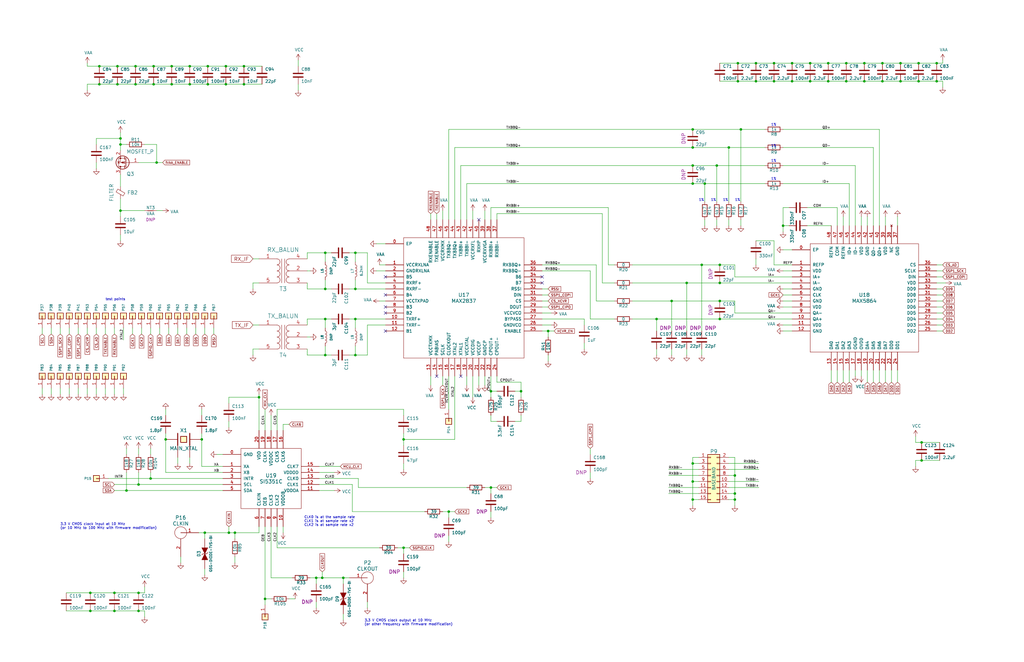
<source format=kicad_sch>
(kicad_sch (version 20211123) (generator eeschema)
  (paper "User" 431.8 279.4)
  (title_block (title "${TITLE}") (date "${DATE}") (rev "${VERSION}") (company "${COPYRIGHT}") (comment 1 "${LICENSE}"))
  (junction (at 80.01 27.94))
  (junction (at 292.1 62.23))
  (junction (at 96.52 224.79))
  (junction (at 53.34 207.01))
  (junction (at 334.01 34.29))
  (junction (at 326.39 26.67))
  (junction (at 80.01 35.56))
  (junction (at 137.16 106.68))
  (junction (at 207.01 165.1))
  (junction (at 341.63 26.67))
  (junction (at 149.86 106.68))
  (junction (at 149.86 121.92))
  (junction (at 303.53 134.62))
  (junction (at 341.63 34.29))
  (junction (at 388.62 186.69))
  (junction (at 58.42 204.47))
  (junction (at 312.42 54.61))
  (junction (at 48.26 250.19))
  (junction (at 149.86 149.86))
  (junction (at 207.01 205.74))
  (junction (at 95.25 35.56))
  (junction (at 311.15 34.29))
  (junction (at 388.62 194.31))
  (junction (at 379.73 34.29))
  (junction (at 364.49 26.67))
  (junction (at 276.86 134.62))
  (junction (at 86.36 224.79))
  (junction (at 307.34 62.23))
  (junction (at 379.73 26.67))
  (junction (at 283.21 127))
  (junction (at 356.87 26.67))
  (junction (at 111.76 252.73))
  (junction (at 137.16 134.62))
  (junction (at 58.42 250.19))
  (junction (at 135.89 243.84))
  (junction (at 57.15 27.94))
  (junction (at 334.01 26.67))
  (junction (at 133.35 243.84))
  (junction (at 137.16 149.86))
  (junction (at 292.1 210.82))
  (junction (at 38.1 257.81))
  (junction (at 326.39 34.29))
  (junction (at 49.53 35.56))
  (junction (at 102.87 27.94))
  (junction (at 292.1 69.85))
  (junction (at 137.16 121.92))
  (junction (at 149.86 134.62))
  (junction (at 58.42 257.81))
  (junction (at 289.56 119.38))
  (junction (at 41.91 35.56))
  (junction (at 38.1 250.19))
  (junction (at 364.49 34.29))
  (junction (at 311.15 26.67))
  (junction (at 63.5 201.93))
  (junction (at 41.91 27.94))
  (junction (at 87.63 35.56))
  (junction (at 69.85 185.42))
  (junction (at 292.1 203.2))
  (junction (at 95.25 27.94))
  (junction (at 297.18 77.47))
  (junction (at 72.39 27.94))
  (junction (at 64.77 35.56))
  (junction (at 309.88 208.28))
  (junction (at 303.53 119.38))
  (junction (at 50.8 58.42))
  (junction (at 170.18 185.42))
  (junction (at 144.78 243.84))
  (junction (at 292.1 195.58))
  (junction (at 330.2 95.25))
  (junction (at 87.63 27.94))
  (junction (at 189.23 215.9))
  (junction (at 102.87 35.56))
  (junction (at 64.77 27.94))
  (junction (at 318.77 26.67))
  (junction (at 57.15 35.56))
  (junction (at 85.09 185.42))
  (junction (at 292.1 54.61))
  (junction (at 50.8 60.96))
  (junction (at 292.1 77.47))
  (junction (at 219.71 165.1))
  (junction (at 372.11 34.29))
  (junction (at 387.35 26.67))
  (junction (at 318.77 34.29))
  (junction (at 394.97 26.67))
  (junction (at 356.87 34.29))
  (junction (at 295.91 111.76))
  (junction (at 303.53 127))
  (junction (at 302.26 69.85))
  (junction (at 303.53 111.76))
  (junction (at 109.22 167.64))
  (junction (at 372.11 26.67))
  (junction (at 170.18 231.14))
  (junction (at 394.97 34.29))
  (junction (at 49.53 27.94))
  (junction (at 50.8 88.9))
  (junction (at 99.06 224.79))
  (junction (at 387.35 34.29))
  (junction (at 349.25 34.29))
  (junction (at 309.88 210.82))
  (junction (at 231.14 139.7))
  (junction (at 72.39 35.56))
  (junction (at 309.88 200.66))
  (junction (at 48.26 257.81))
  (junction (at 349.25 26.67))
  (junction (at 66.04 68.58))
  (no_connect (at 162.56 124.46))
  (no_connect (at 201.93 92.71))
  (no_connect (at 184.15 158.75))
  (no_connect (at 194.31 158.75))
  (no_connect (at 228.6 119.38))
  (no_connect (at 162.56 132.08))
  (no_connect (at 162.56 116.84))
  (no_connect (at 162.56 139.7))
  (no_connect (at 162.56 129.54))
  (no_connect (at 228.6 116.84))
  (wire (pts (xy 58.42 204.47) (xy 93.98 204.47)))
  (wire (pts (xy 326.39 26.67) (xy 334.01 26.67)))
  (wire (pts (xy 119.38 179.07) (xy 121.92 179.07)))
  (wire (pts (xy 302.26 69.85) (xy 302.26 85.09)))
  (wire (pts (xy 326.39 34.29) (xy 334.01 34.29)))
  (wire (pts (xy 318.77 111.76) (xy 318.77 109.22)))
  (wire (pts (xy 394.97 114.3) (xy 397.51 114.3)))
  (wire (pts (xy 21.59 163.83) (xy 21.59 166.37)))
  (wire (pts (xy 353.06 161.29) (xy 353.06 156.21)))
  (wire (pts (xy 254 119.38) (xy 259.08 119.38)))
  (wire (pts (xy 40.64 58.42) (xy 50.8 58.42)))
  (wire (pts (xy 72.39 35.56) (xy 80.01 35.56)))
  (wire (pts (xy 365.76 156.21) (xy 365.76 161.29)))
  (wire (pts (xy 134.62 204.47) (xy 148.59 204.47)))
  (wire (pts (xy 294.64 193.04) (xy 292.1 193.04)))
  (wire (pts (xy 294.64 210.82) (xy 292.1 210.82)))
  (wire (pts (xy 50.8 60.96) (xy 53.34 60.96)))
  (wire (pts (xy 63.5 199.39) (xy 63.5 201.93)))
  (wire (pts (xy 58.42 189.23) (xy 58.42 191.77)))
  (wire (pts (xy 48.26 204.47) (xy 58.42 204.47)))
  (wire (pts (xy 349.25 34.29) (xy 356.87 34.29)))
  (wire (pts (xy 326.39 111.76) (xy 326.39 101.6)))
  (wire (pts (xy 302.26 92.71) (xy 302.26 95.25)))
  (wire (pts (xy 326.39 101.6) (xy 318.77 101.6)))
  (wire (pts (xy 303.53 119.38) (xy 334.01 119.38)))
  (wire (pts (xy 394.97 134.62) (xy 397.51 134.62)))
  (wire (pts (xy 388.62 194.31) (xy 396.24 194.31)))
  (wire (pts (xy 330.2 105.41) (xy 334.01 105.41)))
  (wire (pts (xy 140.97 199.39) (xy 134.62 199.39)))
  (wire (pts (xy 86.36 227.33) (xy 86.36 224.79)))
  (wire (pts (xy 109.22 109.22) (xy 106.68 109.22)))
  (wire (pts (xy 52.07 163.83) (xy 52.07 166.37)))
  (wire (pts (xy 36.83 163.83) (xy 36.83 166.37)))
  (wire (pts (xy 266.7 119.38) (xy 289.56 119.38)))
  (wire (pts (xy 194.31 69.85) (xy 292.1 69.85)))
  (wire (pts (xy 40.64 71.12) (xy 40.64 68.58)))
  (wire (pts (xy 36.83 138.43) (xy 36.83 140.97)))
  (wire (pts (xy 38.1 257.81) (xy 48.26 257.81)))
  (wire (pts (xy 312.42 54.61) (xy 312.42 85.09)))
  (wire (pts (xy 373.38 156.21) (xy 373.38 161.29)))
  (wire (pts (xy 21.59 138.43) (xy 21.59 140.97)))
  (wire (pts (xy 302.26 69.85) (xy 322.58 69.85)))
  (wire (pts (xy 207.01 165.1) (xy 207.01 167.64)))
  (wire (pts (xy 41.91 27.94) (xy 49.53 27.94)))
  (wire (pts (xy 204.47 158.75) (xy 204.47 162.56)))
  (wire (pts (xy 292.1 210.82) (xy 292.1 213.36)))
  (wire (pts (xy 350.52 156.21) (xy 350.52 161.29)))
  (wire (pts (xy 289.56 119.38) (xy 289.56 139.7)))
  (wire (pts (xy 231.14 142.24) (xy 231.14 139.7)))
  (wire (pts (xy 74.93 138.43) (xy 74.93 140.97)))
  (wire (pts (xy 99.06 224.79) (xy 99.06 227.33)))
  (wire (pts (xy 219.71 177.8) (xy 219.71 175.26)))
  (wire (pts (xy 147.32 106.68) (xy 149.86 106.68)))
  (wire (pts (xy 80.01 27.94) (xy 87.63 27.94)))
  (wire (pts (xy 281.94 208.28) (xy 294.64 208.28)))
  (wire (pts (xy 207.01 218.44) (xy 207.01 215.9)))
  (wire (pts (xy 209.55 161.29) (xy 209.55 158.75)))
  (wire (pts (xy 394.97 116.84) (xy 397.51 116.84)))
  (wire (pts (xy 40.64 138.43) (xy 40.64 140.97)))
  (wire (pts (xy 297.18 77.47) (xy 322.58 77.47)))
  (wire (pts (xy 360.68 69.85) (xy 330.2 69.85)))
  (wire (pts (xy 379.73 34.29) (xy 387.35 34.29)))
  (wire (pts (xy 129.54 106.68) (xy 129.54 109.22)))
  (wire (pts (xy 129.54 149.86) (xy 137.16 149.86)))
  (wire (pts (xy 90.17 138.43) (xy 90.17 140.97)))
  (wire (pts (xy 318.77 34.29) (xy 326.39 34.29)))
  (wire (pts (xy 154.94 149.86) (xy 154.94 137.16)))
  (wire (pts (xy 330.2 129.54) (xy 334.01 129.54)))
  (wire (pts (xy 48.26 250.19) (xy 58.42 250.19)))
  (wire (pts (xy 50.8 83.82) (xy 50.8 88.9)))
  (wire (pts (xy 60.96 88.9) (xy 50.8 88.9)))
  (wire (pts (xy 135.89 241.3) (xy 135.89 243.84)))
  (wire (pts (xy 95.25 35.56) (xy 102.87 35.56)))
  (wire (pts (xy 76.2 234.95) (xy 76.2 237.49)))
  (wire (pts (xy 292.1 195.58) (xy 292.1 203.2)))
  (wire (pts (xy 96.52 170.18) (xy 96.52 167.64)))
  (wire (pts (xy 85.09 182.88) (xy 85.09 185.42)))
  (wire (pts (xy 320.04 198.12) (xy 307.34 198.12)))
  (wire (pts (xy 114.3 243.84) (xy 123.19 243.84)))
  (wire (pts (xy 266.7 127) (xy 283.21 127)))
  (wire (pts (xy 29.21 163.83) (xy 29.21 166.37)))
  (wire (pts (xy 40.64 163.83) (xy 40.64 166.37)))
  (wire (pts (xy 147.32 149.86) (xy 149.86 149.86)))
  (wire (pts (xy 207.01 158.75) (xy 207.01 165.1)))
  (wire (pts (xy 58.42 68.58) (xy 66.04 68.58)))
  (wire (pts (xy 370.84 95.25) (xy 370.84 54.61)))
  (wire (pts (xy 248.92 191.77) (xy 248.92 189.23)))
  (wire (pts (xy 320.04 205.74) (xy 307.34 205.74)))
  (wire (pts (xy 50.8 60.96) (xy 50.8 63.5)))
  (wire (pts (xy 386.08 196.85) (xy 386.08 194.31)))
  (wire (pts (xy 360.68 95.25) (xy 360.68 69.85)))
  (wire (pts (xy 109.22 167.64) (xy 109.22 181.61)))
  (wire (pts (xy 49.53 27.94) (xy 57.15 27.94)))
  (wire (pts (xy 246.38 134.62) (xy 246.38 137.16)))
  (wire (pts (xy 387.35 34.29) (xy 394.97 34.29)))
  (wire (pts (xy 379.73 26.67) (xy 387.35 26.67)))
  (wire (pts (xy 189.23 226.06) (xy 189.23 228.6)))
  (wire (pts (xy 334.01 111.76) (xy 326.39 111.76)))
  (wire (pts (xy 48.26 207.01) (xy 53.34 207.01)))
  (wire (pts (xy 33.02 163.83) (xy 33.02 166.37)))
  (wire (pts (xy 137.16 134.62) (xy 137.16 138.43)))
  (wire (pts (xy 48.26 257.81) (xy 58.42 257.81)))
  (wire (pts (xy 209.55 90.17) (xy 254 90.17)))
  (wire (pts (xy 289.56 119.38) (xy 303.53 119.38)))
  (wire (pts (xy 199.39 158.75) (xy 199.39 167.64)))
  (wire (pts (xy 248.92 114.3) (xy 248.92 134.62)))
  (wire (pts (xy 87.63 35.56) (xy 95.25 35.56)))
  (wire (pts (xy 137.16 106.68) (xy 139.7 106.68)))
  (wire (pts (xy 129.54 121.92) (xy 137.16 121.92)))
  (wire (pts (xy 58.42 199.39) (xy 58.42 204.47)))
  (wire (pts (xy 276.86 147.32) (xy 276.86 149.86)))
  (wire (pts (xy 194.31 92.71) (xy 194.31 69.85)))
  (wire (pts (xy 207.01 175.26) (xy 207.01 177.8)))
  (wire (pts (xy 256.54 111.76) (xy 259.08 111.76)))
  (wire (pts (xy 119.38 181.61) (xy 119.38 179.07)))
  (wire (pts (xy 311.15 26.67) (xy 318.77 26.67)))
  (wire (pts (xy 303.53 127) (xy 309.88 127)))
  (wire (pts (xy 36.83 35.56) (xy 36.83 38.1)))
  (wire (pts (xy 96.52 224.79) (xy 96.52 222.25)))
  (wire (pts (xy 209.55 90.17) (xy 209.55 92.71)))
  (wire (pts (xy 33.02 138.43) (xy 33.02 140.97)))
  (wire (pts (xy 309.88 111.76) (xy 309.88 116.84)))
  (wire (pts (xy 320.04 203.2) (xy 307.34 203.2)))
  (wire (pts (xy 248.92 201.93) (xy 248.92 199.39)))
  (wire (pts (xy 116.84 231.14) (xy 160.02 231.14)))
  (wire (pts (xy 320.04 195.58) (xy 307.34 195.58)))
  (wire (pts (xy 129.54 106.68) (xy 137.16 106.68)))
  (wire (pts (xy 207.01 87.63) (xy 207.01 92.71)))
  (wire (pts (xy 283.21 127) (xy 303.53 127)))
  (wire (pts (xy 109.22 224.79) (xy 109.22 222.25)))
  (wire (pts (xy 364.49 34.29) (xy 372.11 34.29)))
  (wire (pts (xy 294.64 195.58) (xy 292.1 195.58)))
  (wire (pts (xy 191.77 62.23) (xy 292.1 62.23)))
  (wire (pts (xy 63.5 140.97) (xy 63.5 138.43)))
  (wire (pts (xy 231.14 139.7) (xy 233.68 139.7)))
  (wire (pts (xy 85.09 196.85) (xy 93.98 196.85)))
  (wire (pts (xy 228.6 124.46) (xy 231.14 124.46)))
  (wire (pts (xy 228.6 129.54) (xy 231.14 129.54)))
  (wire (pts (xy 303.53 134.62) (xy 334.01 134.62)))
  (wire (pts (xy 170.18 175.26) (xy 170.18 172.72)))
  (wire (pts (xy 125.73 25.4) (xy 125.73 27.94)))
  (wire (pts (xy 137.16 146.05) (xy 137.16 149.86)))
  (wire (pts (xy 72.39 27.94) (xy 80.01 27.94)))
  (wire (pts (xy 330.2 124.46) (xy 334.01 124.46)))
  (wire (pts (xy 295.91 147.32) (xy 295.91 149.86)))
  (wire (pts (xy 363.22 158.75) (xy 363.22 156.21)))
  (wire (pts (xy 149.86 138.43) (xy 149.86 134.62)))
  (wire (pts (xy 394.97 129.54) (xy 397.51 129.54)))
  (wire (pts (xy 129.54 137.16) (xy 129.54 134.62)))
  (wire (pts (xy 149.86 121.92) (xy 162.56 121.92)))
  (wire (pts (xy 151.13 201.93) (xy 151.13 205.74)))
  (wire (pts (xy 130.81 114.3) (xy 129.54 114.3)))
  (wire (pts (xy 44.45 138.43) (xy 44.45 140.97)))
  (wire (pts (xy 60.96 257.81) (xy 60.96 260.35)))
  (wire (pts (xy 309.88 127) (xy 309.88 132.08)))
  (wire (pts (xy 281.94 200.66) (xy 294.64 200.66)))
  (wire (pts (xy 133.35 243.84) (xy 135.89 243.84)))
  (wire (pts (xy 36.83 27.94) (xy 41.91 27.94)))
  (wire (pts (xy 297.18 95.25) (xy 297.18 92.71)))
  (wire (pts (xy 373.38 91.44) (xy 373.38 95.25)))
  (wire (pts (xy 50.8 73.66) (xy 50.8 78.74)))
  (wire (pts (xy 58.42 250.19) (xy 60.96 250.19)))
  (wire (pts (xy 368.3 62.23) (xy 330.2 62.23)))
  (wire (pts (xy 231.14 152.4) (xy 231.14 149.86)))
  (wire (pts (xy 154.94 106.68) (xy 154.94 119.38)))
  (wire (pts (xy 181.61 162.56) (xy 181.61 158.75)))
  (wire (pts (xy 50.8 101.6) (xy 50.8 99.06)))
  (wire (pts (xy 228.6 114.3) (xy 248.92 114.3)))
  (wire (pts (xy 204.47 205.74) (xy 207.01 205.74)))
  (wire (pts (xy 199.39 88.9) (xy 199.39 92.71)))
  (wire (pts (xy 356.87 26.67) (xy 364.49 26.67)))
  (wire (pts (xy 109.22 166.37) (xy 109.22 167.64)))
  (wire (pts (xy 170.18 198.12) (xy 170.18 195.58)))
  (wire (pts (xy 137.16 149.86) (xy 139.7 149.86)))
  (wire (pts (xy 186.69 158.75) (xy 186.69 162.56)))
  (wire (pts (xy 386.08 194.31) (xy 388.62 194.31)))
  (wire (pts (xy 349.25 26.67) (xy 356.87 26.67)))
  (wire (pts (xy 394.97 139.7) (xy 397.51 139.7)))
  (wire (pts (xy 355.6 91.44) (xy 355.6 95.25)))
  (wire (pts (xy 232.41 132.08) (xy 228.6 132.08)))
  (wire (pts (xy 69.85 199.39) (xy 93.98 199.39)))
  (wire (pts (xy 134.62 201.93) (xy 151.13 201.93)))
  (wire (pts (xy 116.84 231.14) (xy 116.84 222.25)))
  (wire (pts (xy 186.69 215.9) (xy 189.23 215.9)))
  (wire (pts (xy 330.2 95.25) (xy 330.2 97.79)))
  (wire (pts (xy 283.21 139.7) (xy 283.21 127)))
  (wire (pts (xy 219.71 161.29) (xy 209.55 161.29)))
  (wire (pts (xy 149.86 146.05) (xy 149.86 149.86)))
  (wire (pts (xy 387.35 26.67) (xy 394.97 26.67)))
  (wire (pts (xy 309.88 132.08) (xy 334.01 132.08)))
  (wire (pts (xy 251.46 111.76) (xy 251.46 127)))
  (wire (pts (xy 289.56 147.32) (xy 289.56 149.86)))
  (wire (pts (xy 96.52 224.79) (xy 99.06 224.79)))
  (wire (pts (xy 246.38 147.32) (xy 246.38 144.78)))
  (wire (pts (xy 201.93 158.75) (xy 201.93 162.56)))
  (wire (pts (xy 102.87 27.94) (xy 110.49 27.94)))
  (wire (pts (xy 394.97 137.16) (xy 397.51 137.16)))
  (wire (pts (xy 307.34 92.71) (xy 307.34 95.25)))
  (wire (pts (xy 295.91 111.76) (xy 303.53 111.76)))
  (wire (pts (xy 74.93 195.58) (xy 74.93 193.04)))
  (wire (pts (xy 170.18 172.72) (xy 116.84 172.72)))
  (wire (pts (xy 63.5 189.23) (xy 63.5 191.77)))
  (wire (pts (xy 48.26 140.97) (xy 48.26 138.43)))
  (wire (pts (xy 191.77 158.75) (xy 191.77 185.42)))
  (wire (pts (xy 106.68 137.16) (xy 109.22 137.16)))
  (wire (pts (xy 303.53 26.67) (xy 311.15 26.67)))
  (wire (pts (xy 356.87 34.29) (xy 364.49 34.29)))
  (wire (pts (xy 307.34 208.28) (xy 309.88 208.28)))
  (wire (pts (xy 170.18 231.14) (xy 172.72 231.14)))
  (wire (pts (xy 50.8 88.9) (xy 50.8 91.44)))
  (wire (pts (xy 368.3 156.21) (xy 368.3 161.29)))
  (wire (pts (xy 160.02 127) (xy 162.56 127)))
  (wire (pts (xy 219.71 165.1) (xy 217.17 165.1)))
  (wire (pts (xy 196.85 77.47) (xy 292.1 77.47)))
  (wire (pts (xy 341.63 34.29) (xy 349.25 34.29)))
  (wire (pts (xy 309.88 208.28) (xy 309.88 210.82)))
  (wire (pts (xy 129.54 147.32) (xy 129.54 149.86)))
  (wire (pts (xy 189.23 215.9) (xy 189.23 218.44)))
  (wire (pts (xy 330.2 87.63) (xy 330.2 95.25)))
  (wire (pts (xy 125.73 35.56) (xy 125.73 38.1)))
  (wire (pts (xy 149.86 106.68) (xy 149.86 110.49)))
  (wire (pts (xy 196.85 92.71) (xy 196.85 77.47)))
  (wire (pts (xy 292.1 193.04) (xy 292.1 195.58)))
  (wire (pts (xy 181.61 90.17) (xy 181.61 92.71)))
  (wire (pts (xy 102.87 35.56) (xy 110.49 35.56)))
  (wire (pts (xy 283.21 147.32) (xy 283.21 149.86)))
  (wire (pts (xy 96.52 180.34) (xy 96.52 177.8)))
  (wire (pts (xy 170.18 182.88) (xy 170.18 185.42)))
  (wire (pts (xy 119.38 224.79) (xy 119.38 222.25)))
  (wire (pts (xy 99.06 234.95) (xy 99.06 237.49)))
  (wire (pts (xy 189.23 172.72) (xy 189.23 158.75)))
  (wire (pts (xy 71.12 140.97) (xy 71.12 138.43)))
  (wire (pts (xy 266.7 134.62) (xy 276.86 134.62)))
  (wire (pts (xy 394.97 132.08) (xy 397.51 132.08)))
  (wire (pts (xy 394.97 124.46) (xy 397.51 124.46)))
  (wire (pts (xy 254 90.17) (xy 254 119.38)))
  (wire (pts (xy 137.16 118.11) (xy 137.16 121.92)))
  (wire (pts (xy 378.46 156.21) (xy 378.46 161.29)))
  (wire (pts (xy 27.94 250.19) (xy 38.1 250.19)))
  (wire (pts (xy 358.14 77.47) (xy 358.14 95.25)))
  (wire (pts (xy 95.25 27.94) (xy 102.87 27.94)))
  (wire (pts (xy 69.85 185.42) (xy 69.85 199.39)))
  (wire (pts (xy 160.02 111.76) (xy 162.56 111.76)))
  (wire (pts (xy 353.06 87.63) (xy 340.36 87.63)))
  (wire (pts (xy 294.64 203.2) (xy 292.1 203.2)))
  (wire (pts (xy 191.77 92.71) (xy 191.77 62.23)))
  (wire (pts (xy 99.06 224.79) (xy 109.22 224.79)))
  (wire (pts (xy 111.76 172.72) (xy 111.76 181.61)))
  (wire (pts (xy 41.91 35.56) (xy 49.53 35.56)))
  (wire (pts (xy 378.46 91.44) (xy 378.46 95.25)))
  (wire (pts (xy 358.14 161.29) (xy 358.14 156.21)))
  (wire (pts (xy 309.88 200.66) (xy 309.88 208.28)))
  (wire (pts (xy 137.16 110.49) (xy 137.16 106.68)))
  (wire (pts (xy 209.55 165.1) (xy 207.01 165.1)))
  (wire (pts (xy 330.2 121.92) (xy 334.01 121.92)))
  (wire (pts (xy 158.75 102.87) (xy 162.56 102.87)))
  (wire (pts (xy 167.64 231.14) (xy 170.18 231.14)))
  (wire (pts (xy 394.97 26.67) (xy 397.51 26.67)))
  (wire (pts (xy 38.1 250.19) (xy 48.26 250.19)))
  (wire (pts (xy 149.86 149.86) (xy 154.94 149.86)))
  (wire (pts (xy 189.23 54.61) (xy 292.1 54.61)))
  (wire (pts (xy 217.17 177.8) (xy 219.71 177.8)))
  (wire (pts (xy 53.34 207.01) (xy 93.98 207.01)))
  (wire (pts (xy 388.62 186.69) (xy 396.24 186.69)))
  (wire (pts (xy 370.84 156.21) (xy 370.84 161.29)))
  (wire (pts (xy 332.74 87.63) (xy 330.2 87.63)))
  (wire (pts (xy 130.81 142.24) (xy 129.54 142.24)))
  (wire (pts (xy 154.94 137.16) (xy 162.56 137.16)))
  (wire (pts (xy 50.8 55.88) (xy 50.8 58.42)))
  (wire (pts (xy 58.42 257.81) (xy 60.96 257.81)))
  (wire (pts (xy 144.78 246.38) (xy 144.78 243.84)))
  (wire (pts (xy 147.32 121.92) (xy 149.86 121.92)))
  (wire (pts (xy 228.6 139.7) (xy 231.14 139.7)))
  (wire (pts (xy 303.53 111.76) (xy 309.88 111.76)))
  (wire (pts (xy 109.22 147.32) (xy 106.68 147.32)))
  (wire (pts (xy 397.51 34.29) (xy 397.51 36.83)))
  (wire (pts (xy 330.2 137.16) (xy 334.01 137.16)))
  (wire (pts (xy 307.34 62.23) (xy 322.58 62.23)))
  (wire (pts (xy 149.86 134.62) (xy 162.56 134.62)))
  (wire (pts (xy 66.04 60.96) (xy 66.04 68.58)))
  (wire (pts (xy 116.84 172.72) (xy 116.84 181.61)))
  (wire (pts (xy 311.15 34.29) (xy 318.77 34.29)))
  (wire (pts (xy 309.88 116.84) (xy 334.01 116.84)))
  (wire (pts (xy 386.08 186.69) (xy 388.62 186.69)))
  (wire (pts (xy 248.92 134.62) (xy 259.08 134.62)))
  (wire (pts (xy 114.3 222.25) (xy 114.3 243.84)))
  (wire (pts (xy 370.84 54.61) (xy 330.2 54.61)))
  (wire (pts (xy 17.78 163.83) (xy 17.78 166.37)))
  (wire (pts (xy 341.63 26.67) (xy 349.25 26.67)))
  (wire (pts (xy 154.94 119.38) (xy 162.56 119.38)))
  (wire (pts (xy 256.54 87.63) (xy 256.54 111.76)))
  (wire (pts (xy 45.72 201.93) (xy 63.5 201.93)))
  (wire (pts (xy 144.78 261.62) (xy 144.78 259.08)))
  (wire (pts (xy 397.51 26.67) (xy 397.51 25.4)))
  (wire (pts (xy 309.88 210.82) (xy 309.88 213.36)))
  (wire (pts (xy 186.69 88.9) (xy 186.69 92.71)))
  (wire (pts (xy 55.88 138.43) (xy 55.88 140.97)))
  (wire (pts (xy 149.86 118.11) (xy 149.86 121.92)))
  (wire (pts (xy 358.14 77.47) (xy 330.2 77.47)))
  (wire (pts (xy 281.94 205.74) (xy 294.64 205.74)))
  (wire (pts (xy 86.36 140.97) (xy 86.36 138.43)))
  (wire (pts (xy 276.86 134.62) (xy 276.86 139.7)))
  (wire (pts (xy 130.81 243.84) (xy 133.35 243.84)))
  (wire (pts (xy 147.32 134.62) (xy 149.86 134.62)))
  (wire (pts (xy 292.1 77.47) (xy 297.18 77.47)))
  (wire (pts (xy 207.01 205.74) (xy 209.55 205.74)))
  (wire (pts (xy 292.1 54.61) (xy 312.42 54.61)))
  (wire (pts (xy 121.92 252.73) (xy 124.46 252.73)))
  (wire (pts (xy 334.01 26.67) (xy 341.63 26.67)))
  (wire (pts (xy 340.36 95.25) (xy 350.52 95.25)))
  (wire (pts (xy 154.94 254) (xy 154.94 256.54)))
  (wire (pts (xy 332.74 95.25) (xy 330.2 95.25)))
  (wire (pts (xy 44.45 163.83) (xy 44.45 166.37)))
  (wire (pts (xy 292.1 62.23) (xy 307.34 62.23)))
  (wire (pts (xy 87.63 27.94) (xy 95.25 27.94)))
  (wire (pts (xy 303.53 34.29) (xy 311.15 34.29)))
  (wire (pts (xy 394.97 127) (xy 397.51 127)))
  (wire (pts (xy 59.69 138.43) (xy 59.69 140.97)))
  (wire (pts (xy 82.55 140.97) (xy 82.55 138.43)))
  (wire (pts (xy 372.11 34.29) (xy 379.73 34.29)))
  (wire (pts (xy 228.6 111.76) (xy 251.46 111.76)))
  (wire (pts (xy 207.01 177.8) (xy 209.55 177.8)))
  (wire (pts (xy 69.85 175.26) (xy 69.85 172.72)))
  (wire (pts (xy 360.68 158.75) (xy 360.68 156.21)))
  (wire (pts (xy 276.86 134.62) (xy 303.53 134.62)))
  (wire (pts (xy 219.71 161.29) (xy 219.71 165.1)))
  (wire (pts (xy 251.46 127) (xy 259.08 127)))
  (wire (pts (xy 228.6 134.62) (xy 246.38 134.62)))
  (wire (pts (xy 148.59 204.47) (xy 148.59 215.9)))
  (wire (pts (xy 297.18 77.47) (xy 297.18 85.09)))
  (wire (pts (xy 135.89 243.84) (xy 144.78 243.84)))
  (wire (pts (xy 53.34 189.23) (xy 53.34 191.77)))
  (wire (pts (xy 330.2 114.3) (xy 334.01 114.3)))
  (wire (pts (xy 184.15 92.71) (xy 184.15 90.17)))
  (wire (pts (xy 189.23 215.9) (xy 191.77 215.9)))
  (wire (pts (xy 85.09 185.42) (xy 85.09 196.85)))
  (wire (pts (xy 66.04 68.58) (xy 68.58 68.58)))
  (wire (pts (xy 330.2 127) (xy 334.01 127)))
  (wire (pts (xy 363.22 91.44) (xy 363.22 95.25)))
  (wire (pts (xy 27.94 257.81) (xy 38.1 257.81)))
  (wire (pts (xy 80.01 35.56) (xy 87.63 35.56)))
  (wire (pts (xy 204.47 88.9) (xy 204.47 92.71)))
  (wire (pts (xy 63.5 201.93) (xy 93.98 201.93)))
  (wire (pts (xy 330.2 139.7) (xy 334.01 139.7)))
  (wire (pts (xy 133.35 243.84) (xy 133.35 246.38)))
  (wire (pts (xy 148.59 215.9) (xy 179.07 215.9)))
  (wire (pts (xy 375.92 156.21) (xy 375.92 161.29)))
  (wire (pts (xy 129.54 134.62) (xy 137.16 134.62)))
  (wire (pts (xy 48.26 163.83) (xy 48.26 166.37)))
  (wire (pts (xy 364.49 26.67) (xy 372.11 26.67)))
  (wire (pts (xy 106.68 121.92) (xy 106.68 119.38)))
  (wire (pts (xy 96.52 167.64) (xy 109.22 167.64)))
  (wire (pts (xy 170.18 231.14) (xy 170.18 233.68)))
  (wire (pts (xy 17.78 138.43) (xy 17.78 140.97)))
  (wire (pts (xy 66.04 88.9) (xy 68.58 88.9)))
  (wire (pts (xy 158.75 114.3) (xy 162.56 114.3)))
  (wire (pts (xy 69.85 182.88) (xy 69.85 185.42)))
  (wire (pts (xy 398.78 119.38) (xy 394.97 119.38)))
  (wire (pts (xy 57.15 27.94) (xy 64.77 27.94)))
  (wire (pts (xy 67.31 138.43) (xy 67.31 140.97)))
  (wire (pts (xy 394.97 121.92) (xy 397.51 121.92)))
  (wire (pts (xy 372.11 26.67) (xy 379.73 26.67)))
  (wire (pts (xy 355.6 156.21) (xy 355.6 161.29)))
  (wire (pts (xy 196.85 158.75) (xy 196.85 162.56)))
  (wire (pts (xy 114.3 252.73) (xy 111.76 252.73)))
  (wire (pts (xy 86.36 242.57) (xy 86.36 240.03)))
  (wire (pts (xy 149.86 106.68) (xy 154.94 106.68)))
  (wire (pts (xy 129.54 119.38) (xy 129.54 121.92)))
  (wire (pts (xy 78.74 138.43) (xy 78.74 140.97)))
  (wire (pts (xy 29.21 138.43) (xy 29.21 140.97)))
  (wire (pts (xy 137.16 134.62) (xy 139.7 134.62)))
  (wire (pts (xy 64.77 27.94) (xy 72.39 27.94)))
  (wire (pts (xy 365.76 91.44) (xy 365.76 95.25)))
  (wire (pts (xy 170.18 185.42) (xy 170.18 187.96)))
  (wire (pts (xy 143.51 196.85) (xy 134.62 196.85)))
  (wire (pts (xy 57.15 35.56) (xy 64.77 35.56)))
  (wire (pts (xy 307.34 193.04) (xy 309.88 193.04)))
  (wire (pts (xy 25.4 163.83) (xy 25.4 166.37)))
  (wire (pts (xy 368.3 62.23) (xy 368.3 95.25)))
  (wire (pts (xy 64.77 35.56) (xy 72.39 35.56)))
  (wire (pts (xy 191.77 185.42) (xy 170.18 185.42)))
  (wire (pts (xy 151.13 205.74) (xy 196.85 205.74)))
  (wire (pts (xy 25.4 138.43) (xy 25.4 140.97)))
  (wire (pts (xy 40.64 60.96) (xy 40.64 58.42)))
  (wire (pts (xy 266.7 111.76) (xy 295.91 111.76)))
  (wire (pts (xy 49.53 35.56) (xy 57.15 35.56)))
  (wire (pts (xy 106.68 119.38) (xy 109.22 119.38)))
  (wire (pts (xy 394.97 34.29) (xy 397.51 34.29)))
  (wire (pts (xy 318.77 26.67) (xy 326.39 26.67)))
  (wire (pts (xy 386.08 184.15) (xy 386.08 186.69)))
  (wire (pts (xy 86.36 224.79) (xy 96.52 224.79)))
  (wire (pts (xy 50.8 58.42) (xy 50.8 60.96)))
  (wire (pts (xy 53.34 199.39) (xy 53.34 207.01)))
  (wire (pts (xy 228.6 121.92) (xy 231.14 121.92)))
  (wire (pts (xy 170.18 241.3) (xy 170.18 243.84)))
  (wire (pts (xy 281.94 198.12) (xy 294.64 198.12)))
  (wire (pts (xy 312.42 54.61) (xy 322.58 54.61)))
  (wire (pts (xy 114.3 175.26) (xy 114.3 181.61)))
  (wire (pts (xy 307.34 210.82) (xy 309.88 210.82)))
  (wire (pts (xy 52.07 138.43) (xy 52.07 143.51)))
  (wire (pts (xy 307.34 62.23) (xy 307.34 85.09)))
  (wire (pts (xy 85.09 172.72) (xy 85.09 175.26)))
  (wire (pts (xy 334.01 34.29) (xy 341.63 34.29)))
  (wire (pts (xy 394.97 111.76) (xy 397.51 111.76)))
  (wire (pts (xy 111.76 252.73) (xy 111.76 255.27)))
  (wire (pts (xy 189.23 54.61) (xy 189.23 92.71)))
  (wire (pts (xy 36.83 27.94) (xy 36.83 26.67)))
  (wire (pts (xy 140.97 207.01) (xy 134.62 207.01)))
  (wire (pts (xy 292.1 203.2) (xy 292.1 210.82)))
  (wire (pts (xy 295.91 139.7) (xy 295.91 111.76)))
  (wire (pts (xy 228.6 127) (xy 231.14 127)))
  (wire (pts (xy 133.35 254) (xy 133.35 256.54)))
  (wire (pts (xy 36.83 35.56) (xy 41.91 35.56)))
  (wire (pts (xy 219.71 165.1) (xy 219.71 167.64)))
  (wire (pts (xy 80.01 193.04) (xy 80.01 195.58)))
  (wire (pts (xy 137.16 121.92) (xy 139.7 121.92)))
  (wire (pts (xy 60.96 250.19) (xy 60.96 247.65)))
  (wire (pts (xy 144.78 243.84) (xy 147.32 243.84)))
  (wire (pts (xy 207.01 87.63) (xy 256.54 87.63)))
  (wire (pts (xy 91.44 191.77) (xy 93.98 191.77)))
  (wire (pts (xy 83.82 224.79) (xy 86.36 224.79)))
  (wire (pts (xy 207.01 205.74) (xy 207.01 208.28)))
  (wire (pts (xy 111.76 222.25) (xy 111.76 252.73)))
  (wire (pts (xy 292.1 69.85) (xy 302.26 69.85)))
  (wire (pts (xy 60.96 60.96) (xy 66.04 60.96)))
  (wire (pts (xy 307.34 200.66) (xy 309.88 200.66)))
  (wire (pts (xy 309.88 193.04) (xy 309.88 200.66)))
  (wire (pts (xy 232.41 137.16) (xy 228.6 137.16)))
  (wire (pts (xy 312.42 92.71) (xy 312.42 95.25)))
  (wire (pts (xy 106.68 147.32) (xy 106.68 149.86)))
  (wire (pts (xy 353.06 95.25) (xy 353.06 87.63)))
  (text "1%" (at 299.72 85.09 0) (effects (font (size 1.016 1.016)) (justify left bottom)))
  (text "1%" (at 325.12 62.23 0) (effects (font (size 1.016 1.016)) (justify left bottom)))
  (text "1%" (at 325.12 76.2 0) (effects (font (size 1.016 1.016)) (justify left bottom)))
  (text "1%" (at 294.64 85.09 0) (effects (font (size 1.016 1.016)) (justify left bottom)))
  (text "1%" (at 325.12 53.34 0) (effects (font (size 1.016 1.016)) (justify left bottom)))
  (text "3.3 V CMOS clock input at 10 MHz\n(or 10 MHz to 100 MHz with firmware modification)" (at 25.4 223.52 0) (effects (font (size 1.016 1.016)) (justify left bottom)))
  (text "1%" (at 309.88 85.09 0) (effects (font (size 1.016 1.016)) (justify left bottom)))
  (text "CLK0 is at the sample rate\nCLK1 is at sample rate x2\nCLK2 is at sample rate x2" (at 128.27 222.25 0) (effects (font (size 1.016 1.016)) (justify left bottom)))
  (text "1%" (at 304.8 85.09 0) (effects (font (size 1.016 1.016)) (justify left bottom)))
  (text "test points" (at 44.45 127 0) (effects (font (size 1.016 1.016)) (justify left bottom)))
  (text "1%" (at 325.12 68.58 0) (effects (font (size 1.016 1.016)) (justify left bottom)))
  (text "3.3 V CMOS clock output at 10 MHz\n(or other frequency with firmware modification)" (at 153.67 264.16 0) (effects (font (size 1.016 1.016)) (justify left bottom)))
  (label "QD-" (at 346.71 62.23 0) (effects (font (size 1.016 1.016))))
  (label "CPOUT-" (at 210.82 161.29 0) (effects (font (size 1.016 1.016))))
  (label "TXBBQ-" (at 281.94 208.28 0) (effects (font (size 1.016 1.016))))
  (label "CLK3" (at 114.3 228.6 90) (effects (font (size 1.016 1.016))))
  (label "CLK0" (at 140.97 201.93 180) (effects (font (size 1.016 1.016))))
  (label "QD+" (at 346.71 54.61 0) (effects (font (size 1.016 1.016))))
  (label "TXBBQ+" (at 281.94 205.74 0) (effects (font (size 1.016 1.016))))
  (label "TXBBI+" (at 320.04 205.74 180) (effects (font (size 1.016 1.016))))
  (label "COM" (at 342.9 87.63 0) (effects (font (size 1.016 1.016))))
  (label "OEB" (at 111.76 228.6 90) (effects (font (size 1.016 1.016))))
  (label "RXBBQ-" (at 229.87 114.3 0) (effects (font (size 1.016 1.016))))
  (label "CLK2" (at 116.84 228.6 90) (effects (font (size 1.016 1.016))))
  (label "CLK7" (at 140.97 196.85 180) (effects (font (size 1.016 1.016))))
  (label "XTAL2" (at 191.77 167.64 90) (effects (font (size 1.016 1.016))))
  (label "TXBBQ+" (at 213.36 62.23 0) (effects (font (size 1.016 1.016))))
  (label "ID-" (at 346.71 69.85 0) (effects (font (size 1.016 1.016))))
  (label "TXBBI-" (at 320.04 203.2 180) (effects (font (size 1.016 1.016))))
  (label "CPOUT+" (at 207.01 165.1 90) (effects (font (size 1.016 1.016))))
  (label "CLK5" (at 116.84 175.26 270) (effects (font (size 1.016 1.016))))
  (label "TXBBI-" (at 213.36 77.47 0) (effects (font (size 1.016 1.016))))
  (label "REFN" (at 342.9 95.25 0) (effects (font (size 1.016 1.016))))
  (label "XA" (at 90.17 196.85 0) (effects (font (size 1.016 1.016))))
  (label "IA-" (at 323.85 119.38 0) (effects (font (size 1.016 1.016))))
  (label "RXBBI+" (at 281.94 200.66 0) (effects (font (size 1.016 1.016))))
  (label "RXBBQ+" (at 229.87 111.76 0) (effects (font (size 1.016 1.016))))
  (label "XB" (at 90.17 199.39 0) (effects (font (size 1.016 1.016))))
  (label "CLK4" (at 111.76 175.26 270) (effects (font (size 1.016 1.016))))
  (label "QA+" (at 323.85 134.62 0) (effects (font (size 1.016 1.016))))
  (label "INTR" (at 48.26 201.93 0) (effects (font (size 1.016 1.016))))
  (label "CLK1" (at 140.97 204.47 180) (effects (font (size 1.016 1.016))))
  (label "RXBBI-" (at 281.94 198.12 0) (effects (font (size 1.016 1.016))))
  (label "REFP" (at 330.2 111.76 0) (effects (font (size 1.016 1.016))))
  (label "ID+" (at 346.71 77.47 0) (effects (font (size 1.016 1.016))))
  (label "XCVR_CLKOUT" (at 189.23 170.18 90) (effects (font (size 1.016 1.016))))
  (label "IA+" (at 323.85 116.84 0) (effects (font (size 1.016 1.016))))
  (label "RXBBI+" (at 213.36 87.63 0) (effects (font (size 1.016 1.016))))
  (label "RXBBQ-" (at 320.04 195.58 180) (effects (font (size 1.016 1.016))))
  (label "TXBBI+" (at 213.36 69.85 0) (effects (font (size 1.016 1.016))))
  (label "RXBBQ+" (at 320.04 198.12 180) (effects (font (size 1.016 1.016))))
  (label "QA-" (at 323.85 132.08 0) (effects (font (size 1.016 1.016))))
  (label "XTAL2" (at 52.07 143.51 90) (effects (font (size 1.016 1.016))))
  (label "RXBBI-" (at 213.36 90.17 0) (effects (font (size 1.016 1.016))))
  (label "TXBBQ-" (at 213.36 54.61 0) (effects (font (size 1.016 1.016))))
  (global_label "RX_IF" (shape input) (at 106.68 109.22 180) (effects (font (size 1.524 1.524))) (property "Intersheet References" "${INTERSHEET_REFS}" (effects hide)))
  (global_label "SSP1_SCK" (shape input) (at 186.69 162.56 270) (effects (font (size 1.016 1.016))) (property "Intersheet References" "${INTERSHEET_REFS}" (effects hide)))
  (global_label "RXENABLE" (shape input) (at 181.61 90.17 90) (effects (font (size 1.016 1.016))) (property "Intersheet References" "${INTERSHEET_REFS}" (effects hide)))
  (global_label "DA4" (shape input) (at 365.76 161.29 270) (effects (font (size 1.016 1.016))) (property "Intersheet References" "${INTERSHEET_REFS}" (effects hide)))
  (global_label "SSP1_CIPO" (shape input) (at 248.92 189.23 90) (effects (font (size 1.016 1.016))) (property "Intersheet References" "${INTERSHEET_REFS}" (effects hide)))
  (global_label "SGPIO_CLK" (shape input) (at 63.5 140.97 270) (effects (font (size 1.016 1.016))) (property "Intersheet References" "${INTERSHEET_REFS}" (effects hide)))
  (global_label "RSSI" (shape input) (at 231.14 121.92 0) (effects (font (size 1.016 1.016))) (property "Intersheet References" "${INTERSHEET_REFS}" (effects hide)))
  (global_label "GCK2" (shape input) (at 59.69 140.97 270) (effects (font (size 1.016 1.016))) (property "Intersheet References" "${INTERSHEET_REFS}" (effects hide)))
  (global_label "CS_XCVR" (shape input) (at 36.83 140.97 270) (effects (font (size 1.016 1.016))) (property "Intersheet References" "${INTERSHEET_REFS}" (effects hide)))
  (global_label "DD3" (shape input) (at 397.51 137.16 0) (effects (font (size 1.016 1.016))) (property "Intersheet References" "${INTERSHEET_REFS}" (effects hide)))
  (global_label "DA6" (shape input) (at 370.84 161.29 270) (effects (font (size 1.016 1.016))) (property "Intersheet References" "${INTERSHEET_REFS}" (effects hide)))
  (global_label "TXENABLE" (shape input) (at 44.45 140.97 270) (effects (font (size 1.016 1.016))) (property "Intersheet References" "${INTERSHEET_REFS}" (effects hide)))
  (global_label "DD5" (shape input) (at 397.51 132.08 0) (effects (font (size 1.016 1.016))) (property "Intersheet References" "${INTERSHEET_REFS}" (effects hide)))
  (global_label "SCL" (shape input) (at 48.26 204.47 180) (effects (font (size 1.016 1.016))) (property "Intersheet References" "${INTERSHEET_REFS}" (effects hide)))
  (global_label "XCVR_EN" (shape input) (at 233.68 139.7 0) (effects (font (size 1.016 1.016))) (property "Intersheet References" "${INTERSHEET_REFS}" (effects hide)))
  (global_label "MIX_CLK" (shape input) (at 111.76 172.72 90) (effects (font (size 1.016 1.016))) (property "Intersheet References" "${INTERSHEET_REFS}" (effects hide)))
  (global_label "DD8" (shape input) (at 397.51 124.46 0) (effects (font (size 1.016 1.016))) (property "Intersheet References" "${INTERSHEET_REFS}" (effects hide)))
  (global_label "SSP1_COPI" (shape input) (at 397.51 116.84 0) (effects (font (size 1.016 1.016))) (property "Intersheet References" "${INTERSHEET_REFS}" (effects hide)))
  (global_label "SDA" (shape input) (at 48.26 207.01 180) (effects (font (size 1.016 1.016))) (property "Intersheet References" "${INTERSHEET_REFS}" (effects hide)))
  (global_label "DD5" (shape input) (at 82.55 140.97 270) (effects (font (size 1.016 1.016))) (property "Intersheet References" "${INTERSHEET_REFS}" (effects hide)))
  (global_label "DD1" (shape input) (at 378.46 161.29 270) (effects (font (size 1.016 1.016))) (property "Intersheet References" "${INTERSHEET_REFS}" (effects hide)))
  (global_label "DA2" (shape input) (at 355.6 161.29 270) (effects (font (size 1.016 1.016))) (property "Intersheet References" "${INTERSHEET_REFS}" (effects hide)))
  (global_label "DD7" (shape input) (at 397.51 127 0) (effects (font (size 1.016 1.016))) (property "Intersheet References" "${INTERSHEET_REFS}" (effects hide)))
  (global_label "SSP1_SCK" (shape input) (at 397.51 114.3 0) (effects (font (size 1.016 1.016))) (property "Intersheet References" "${INTERSHEET_REFS}" (effects hide)))
  (global_label "DD9" (shape input) (at 86.36 140.97 270) (effects (font (size 1.016 1.016))) (property "Intersheet References" "${INTERSHEET_REFS}" (effects hide)))
  (global_label "DA0" (shape input) (at 67.31 140.97 270) (effects (font (size 1.016 1.016))) (property "Intersheet References" "${INTERSHEET_REFS}" (effects hide)))
  (global_label "SSP1_COPI" (shape input) (at 29.21 140.97 270) (effects (font (size 1.016 1.016))) (property "Intersheet References" "${INTERSHEET_REFS}" (effects hide)))
  (global_label "GCK1" (shape input) (at 330.2 124.46 180) (effects (font (size 1.016 1.016))) (property "Intersheet References" "${INTERSHEET_REFS}" (effects hide)))
  (global_label "DA5" (shape input) (at 368.3 161.29 270) (effects (font (size 1.016 1.016))) (property "Intersheet References" "${INTERSHEET_REFS}" (effects hide)))
  (global_label "SDA" (shape input) (at 21.59 140.97 270) (effects (font (size 1.016 1.016))) (property "Intersheet References" "${INTERSHEET_REFS}" (effects hide)))
  (global_label "RSSI" (shape input) (at 90.17 140.97 270) (effects (font (size 1.016 1.016))) (property "Intersheet References" "${INTERSHEET_REFS}" (effects hide)))
  (global_label "TX_IF" (shape input) (at 106.68 137.16 180) (effects (font (size 1.524 1.524))) (property "Intersheet References" "${INTERSHEET_REFS}" (effects hide)))
  (global_label "DD9" (shape input) (at 397.51 121.92 0) (effects (font (size 1.016 1.016))) (property "Intersheet References" "${INTERSHEET_REFS}" (effects hide)))
  (global_label "CLK6" (shape input) (at 121.92 179.07 0) (effects (font (size 1.016 1.016))) (property "Intersheet References" "${INTERSHEET_REFS}" (effects hide)))
  (global_label "SGPIO_CLK" (shape input) (at 172.72 231.14 0) (effects (font (size 1.016 1.016))) (property "Intersheet References" "${INTERSHEET_REFS}" (effects hide)))
  (global_label "!VAA_ENABLE" (shape input) (at 68.58 68.58 0) (effects (font (size 1.016 1.016))) (property "Intersheet References" "${INTERSHEET_REFS}" (effects hide)))
  (global_label "RXENABLE" (shape input) (at 48.26 140.97 270) (effects (font (size 1.016 1.016))) (property "Intersheet References" "${INTERSHEET_REFS}" (effects hide)))
  (global_label "CLKOUT" (shape input) (at 135.89 241.3 90) (effects (font (size 1.016 1.016))) (property "Intersheet References" "${INTERSHEET_REFS}" (effects hide)))
  (global_label "SSP1_CIPO" (shape input) (at 231.14 129.54 0) (effects (font (size 1.016 1.016))) (property "Intersheet References" "${INTERSHEET_REFS}" (effects hide)))
  (global_label "SSP1_CIPO" (shape input) (at 33.02 140.97 270) (effects (font (size 1.016 1.016))) (property "Intersheet References" "${INTERSHEET_REFS}" (effects hide)))
  (global_label "DD6" (shape input) (at 397.51 129.54 0) (effects (font (size 1.016 1.016))) (property "Intersheet References" "${INTERSHEET_REFS}" (effects hide)))
  (global_label "DD4" (shape input) (at 397.51 134.62 0) (effects (font (size 1.016 1.016))) (property "Intersheet References" "${INTERSHEET_REFS}" (effects hide)))
  (global_label "CS_XCVR" (shape input) (at 231.14 127 0) (effects (font (size 1.016 1.016))) (property "Intersheet References" "${INTERSHEET_REFS}" (effects hide)))
  (global_label "CLKIN" (shape input) (at 96.52 222.25 90) (effects (font (size 1.016 1.016))) (property "Intersheet References" "${INTERSHEET_REFS}" (effects hide)))
  (global_label "SSP1_COPI" (shape input) (at 231.14 124.46 0) (effects (font (size 1.016 1.016))) (property "Intersheet References" "${INTERSHEET_REFS}" (effects hide)))
  (global_label "DA4" (shape input) (at 71.12 140.97 270) (effects (font (size 1.016 1.016))) (property "Intersheet References" "${INTERSHEET_REFS}" (effects hide)))
  (global_label "DA7" (shape input) (at 74.93 140.97 270) (effects (font (size 1.016 1.016))) (property "Intersheet References" "${INTERSHEET_REFS}" (effects hide)))
  (global_label "DD2" (shape input) (at 397.51 139.7 0) (effects (font (size 1.016 1.016))) (property "Intersheet References" "${INTERSHEET_REFS}" (effects hide)))
  (global_label "TXENABLE" (shape input) (at 184.15 90.17 90) (effects (font (size 1.016 1.016))) (property "Intersheet References" "${INTERSHEET_REFS}" (effects hide)))
  (global_label "DD0" (shape input) (at 78.74 140.97 270) (effects (font (size 1.016 1.016))) (property "Intersheet References" "${INTERSHEET_REFS}" (effects hide)))
  (global_label "DA1" (shape input) (at 353.06 161.29 270) (effects (font (size 1.016 1.016))) (property "Intersheet References" "${INTERSHEET_REFS}" (effects hide)))
  (global_label "DA3" (shape input) (at 358.14 161.29 270) (effects (font (size 1.016 1.016))) (property "Intersheet References" "${INTERSHEET_REFS}" (effects hide)))
  (global_label "MCU_CLK" (shape input) (at 143.51 196.85 0) (effects (font (size 1.016 1.016))) (property "Intersheet References" "${INTERSHEET_REFS}" (effects hide)))
  (global_label "DA0" (shape input) (at 350.52 161.29 270) (effects (font (size 1.016 1.016))) (property "Intersheet References" "${INTERSHEET_REFS}" (effects hide)))
  (global_label "DA7" (shape input) (at 373.38 161.29 270) (effects (font (size 1.016 1.016))) (property "Intersheet References" "${INTERSHEET_REFS}" (effects hide)))
  (global_label "SSP1_SCK" (shape input) (at 25.4 140.97 270) (effects (font (size 1.016 1.016))) (property "Intersheet References" "${INTERSHEET_REFS}" (effects hide)))
  (global_label "CS_AD" (shape input) (at 40.64 140.97 270) (effects (font (size 1.016 1.016))) (property "Intersheet References" "${INTERSHEET_REFS}" (effects hide)))
  (global_label "GCK1" (shape input) (at 209.55 205.74 0) (effects (font (size 1.016 1.016))) (property "Intersheet References" "${INTERSHEET_REFS}" (effects hide)))
  (global_label "CS_AD" (shape input) (at 397.51 111.76 0) (effects (font (size 1.016 1.016))) (property "Intersheet References" "${INTERSHEET_REFS}" (effects hide)))
  (global_label "GCK1" (shape input) (at 55.88 140.97 270) (effects (font (size 1.016 1.016))) (property "Intersheet References" "${INTERSHEET_REFS}" (effects hide)))
  (global_label "DD0" (shape input) (at 375.92 161.29 270) (effects (font (size 1.016 1.016))) (property "Intersheet References" "${INTERSHEET_REFS}" (effects hide)))
  (global_label "GCK2" (shape input) (at 191.77 215.9 0) (effects (font (size 1.016 1.016))) (property "Intersheet References" "${INTERSHEET_REFS}" (effects hide)))
  (global_label "SCL" (shape input) (at 17.78 140.97 270) (effects (font (size 1.016 1.016))) (property "Intersheet References" "${INTERSHEET_REFS}" (effects hide)))
  (symbol (lib_id "hackrf:MAX2837") (at 195.58 125.73 0) (unit 1)
    (property "Reference" "U17" (at 195.58 124.46 0) (effects (font (size 1.524 1.524))))
    (property "Value" "MAX2837" (at 195.58 127 0) (effects (font (size 1.524 1.524))))
    (property "Footprint" "hackrf:GSG-QFN48-6" (effects hide))
    (property "Manufacturer" "Maxim" (effects hide))
    (property "Part Number" "MAX2837ETM+T" (effects hide))
    (property "Description" "IC TXRX 2.3GHZ-2.7GHZ 48TQFN" (effects hide))
    (property "Substitution" "MAX2837ETM+" (effects hide))
  )
  (symbol (lib_id "hackrf:MAX5864") (at 364.49 125.73 0) (unit 1)
    (property "Reference" "U18" (at 364.49 124.46 0) (effects (font (size 1.524 1.524))))
    (property "Value" "MAX5864" (at 364.49 127 0) (effects (font (size 1.524 1.524))))
    (property "Footprint" "hackrf:GSG-QFN48-7" (effects hide))
    (property "Manufacturer" "Maxim" (effects hide))
    (property "Part Number" "MAX5864ETM+T" (effects hide))
    (property "Description" "IC ANLG FRONT END 22MSPS 48-TQFN" (effects hide))
    (property "Substitution" "MAX5864ETM+" (effects hide))
  )
  (symbol (lib_id "power:GND") (at 158.75 102.87 270) (unit 1)
    (property "Reference" "#PWR0161" (effects hide))
    (property "Value" "GND" (effects hide))
  )
  (symbol (lib_id "power:GND") (at 158.75 114.3 270) (unit 1)
    (property "Reference" "#PWR0160" (effects hide))
    (property "Value" "GND" (effects hide))
  )
  (symbol (lib_id "Device:C") (at 41.91 31.75 0) (unit 1)
    (property "Reference" "C84" (at 43.18 29.21 0) (effects (justify left)))
    (property "Value" "22pF" (at 43.18 34.29 0) (effects (justify left)))
    (property "Footprint" "hackrf:GSG-0402" (effects hide))
    (property "Manufacturer" "Samsung" (effects hide))
    (property "Part Number" "CL05C220JB5NNNC" (effects hide))
    (property "Description" "CAP CER 22PF 50V C0G/NP0 0402" (effects hide))
    (property "Substitution" "Murata GRM1555C1H220JA01D" (effects hide))
  )
  (symbol (lib_id "Device:L") (at 149.86 114.3 0) (unit 1)
    (property "Reference" "L7" (at 148.59 114.3 90) (effects (font (size 1.016 1.016))))
    (property "Value" "6.2nH" (at 152.4 114.3 90) (effects (font (size 1.016 1.016))))
    (property "Footprint" "hackrf:GSG-0402" (effects hide))
    (property "Manufacturer" "Murata" (effects hide))
    (property "Part Number" "LQG15HS6N2S02D" (effects hide))
    (property "Description" "FIXED IND 6.2NH 600MA 220MOHM SMD" (effects hide))
    (property "Substitution" "Taiyo Yuden HK10056N2S-T" (effects hide))
  )
  (symbol (lib_id "power:GND") (at 106.68 121.92 0) (unit 1)
    (property "Reference" "#PWR0159" (effects hide))
    (property "Value" "GND" (effects hide))
  )
  (symbol (lib_id "power:GND") (at 106.68 149.86 0) (unit 1)
    (property "Reference" "#PWR0158" (effects hide))
    (property "Value" "GND" (effects hide))
  )
  (symbol (lib_id "power:GND") (at 36.83 38.1 0) (unit 1)
    (property "Reference" "#PWR0157" (effects hide))
    (property "Value" "GND" (effects hide))
  )
  (symbol (lib_id "power:GND") (at 204.47 162.56 0) (unit 1)
    (property "Reference" "#PWR0156" (effects hide))
    (property "Value" "GND" (effects hide))
  )
  (symbol (lib_id "Device:C") (at 213.36 177.8 270) (unit 1)
    (property "Reference" "C114" (at 215.9 179.07 0) (effects (justify left)))
    (property "Value" "3.3nF" (at 210.82 179.07 0) (effects (justify left)))
    (property "Footprint" "hackrf:GSG-0402" (effects hide))
    (property "Manufacturer" "Yageo" (effects hide))
    (property "Part Number" "CC0402KRX7R9BB332" (effects hide))
    (property "Description" "CAP CER 3300PF 50V X7R 0402" (effects hide))
  )
  (symbol (lib_id "Device:R") (at 207.01 171.45 0) (unit 1)
    (property "Reference" "R25" (at 209.042 171.45 90))
    (property "Value" "475" (at 207.01 171.45 90))
    (property "Footprint" "hackrf:GSG-0402" (effects hide))
    (property "Manufacturer" "Stackpole" (effects hide))
    (property "Part Number" "RMCF0402JT470R" (effects hide))
    (property "Description" "RES TF 1/16W 470 OHM 5% 0402" (effects hide))
    (property "Substitution" "any equivalent" (effects hide))
  )
  (symbol (lib_id "Device:R") (at 219.71 171.45 0) (unit 1)
    (property "Reference" "R26" (at 221.742 171.45 90))
    (property "Value" "475" (at 219.71 171.45 90))
    (property "Footprint" "hackrf:GSG-0402" (effects hide))
    (property "Manufacturer" "Stackpole" (effects hide))
    (property "Part Number" "RMCF0402JT470R" (effects hide))
    (property "Description" "RES TF 1/16W 470 OHM 5% 0402" (effects hide))
    (property "Substitution" "any equivalent" (effects hide))
  )
  (symbol (lib_id "Device:C") (at 246.38 140.97 0) (unit 1)
    (property "Reference" "C106" (at 247.65 138.43 0) (effects (justify left)))
    (property "Value" "1uF" (at 247.65 143.51 0) (effects (justify left)))
    (property "Footprint" "hackrf:GSG-0402" (effects hide))
    (property "Manufacturer" "Samsung" (effects hide))
    (property "Part Number" "CL05A105KP5NNNC" (effects hide))
    (property "Description" "CAP CER 1UF 10V X5R 0402" (effects hide))
    (property "Substitution" "Taiyo Yuden LMK105BJ105KV-F" (effects hide))
  )
  (symbol (lib_id "power:GND") (at 232.41 137.16 90) (unit 1)
    (property "Reference" "#PWR0155" (effects hide))
    (property "Value" "GND" (effects hide))
  )
  (symbol (lib_id "power:GND") (at 246.38 147.32 0) (unit 1)
    (property "Reference" "#PWR0154" (effects hide))
    (property "Value" "GND" (effects hide))
  )
  (symbol (lib_id "Device:R") (at 326.39 54.61 270) (unit 1)
    (property "Reference" "R8" (at 326.39 56.642 90))
    (property "Value" "1k" (at 326.39 54.61 90))
    (property "Footprint" "hackrf:GSG-0402" (effects hide))
    (property "Manufacturer" "Stackpole" (effects hide))
    (property "Part Number" "RMCF0402FT1K00" (effects hide))
    (property "Description" "RES 1K OHM 1/16W 1% 0402" (effects hide))
    (property "Substitution" "any equivalent" (effects hide))
  )
  (symbol (lib_id "power:GND") (at 297.18 95.25 0) (unit 1)
    (property "Reference" "#PWR0153" (effects hide))
    (property "Value" "GND" (effects hide))
  )
  (symbol (lib_id "power:GND") (at 302.26 95.25 0) (unit 1)
    (property "Reference" "#PWR0152" (effects hide))
    (property "Value" "GND" (effects hide))
  )
  (symbol (lib_id "power:GND") (at 307.34 95.25 0) (unit 1)
    (property "Reference" "#PWR0151" (effects hide))
    (property "Value" "GND" (effects hide))
  )
  (symbol (lib_id "power:GND") (at 312.42 95.25 0) (unit 1)
    (property "Reference" "#PWR0150" (effects hide))
    (property "Value" "GND" (effects hide))
  )
  (symbol (lib_id "Device:C") (at 318.77 105.41 0) (unit 1)
    (property "Reference" "C100" (at 320.04 102.87 0) (effects (justify left)))
    (property "Value" "330nF" (at 320.04 107.95 0) (effects (justify left)))
    (property "Footprint" "hackrf:GSG-0402" (effects hide))
    (property "Manufacturer" "Yageo" (effects hide))
    (property "Part Number" "CC0402KRX5R6BB334" (effects hide))
    (property "Description" "CAP CER 0.33UF 10V X5R 0402" (effects hide))
    (property "Substitution" "Murata GRM155R61A334KE15D" (effects hide))
  )
  (symbol (lib_id "Device:C") (at 336.55 87.63 270) (unit 1)
    (property "Reference" "C97" (at 339.09 88.9 0) (effects (justify left)))
    (property "Value" "330nF" (at 334.01 88.9 0) (effects (justify left)))
    (property "Footprint" "hackrf:GSG-0402" (effects hide))
    (property "Manufacturer" "Yageo" (effects hide))
    (property "Part Number" "CC0402KRX5R6BB334" (effects hide))
    (property "Description" "CAP CER 0.33UF 10V X5R 0402" (effects hide))
    (property "Substitution" "Murata GRM155R61A334KE15D" (effects hide))
  )
  (symbol (lib_id "power:GND") (at 330.2 97.79 0) (unit 1)
    (property "Reference" "#PWR0149" (effects hide))
    (property "Value" "GND" (effects hide))
  )
  (symbol (lib_id "power:GND") (at 330.2 105.41 270) (unit 1)
    (property "Reference" "#PWR0148" (effects hide))
    (property "Value" "GND" (effects hide))
  )
  (symbol (lib_id "power:GND") (at 318.77 111.76 0) (unit 1)
    (property "Reference" "#PWR0147" (effects hide))
    (property "Value" "GND" (effects hide))
  )
  (symbol (lib_id "Device:C") (at 311.15 30.48 0) (unit 1)
    (property "Reference" "C72" (at 312.42 27.94 0) (effects (justify left)))
    (property "Value" "2.2uF" (at 312.42 33.02 0) (effects (justify left)))
    (property "Footprint" "hackrf:GSG-0402" (effects hide))
    (property "Manufacturer" "Taiyo Yuden" (effects hide))
    (property "Part Number" "LMK105BJ225MV-F" (effects hide))
    (property "Description" "CAP CER 2.2UF 10V 20% X5R 0402" (effects hide))
  )
  (symbol (lib_id "power:GND") (at 397.51 36.83 0) (unit 1)
    (property "Reference" "#PWR0146" (effects hide))
    (property "Value" "GND" (effects hide))
  )
  (symbol (lib_id "power:GND") (at 330.2 121.92 270) (unit 1)
    (property "Reference" "#PWR0145" (effects hide))
    (property "Value" "GND" (effects hide))
  )
  (symbol (lib_id "power:GND") (at 330.2 127 270) (unit 1)
    (property "Reference" "#PWR0144" (effects hide))
    (property "Value" "GND" (effects hide))
  )
  (symbol (lib_id "power:GND") (at 330.2 139.7 270) (unit 1)
    (property "Reference" "#PWR0143" (effects hide))
    (property "Value" "GND" (effects hide))
  )
  (symbol (lib_id "power:GND") (at 360.68 158.75 0) (unit 1)
    (property "Reference" "#PWR0142" (effects hide))
    (property "Value" "GND" (effects hide))
  )
  (symbol (lib_id "power:GND") (at 378.46 91.44 180) (unit 1)
    (property "Reference" "#PWR0141" (effects hide))
    (property "Value" "GND" (effects hide))
  )
  (symbol (lib_id "power:GND") (at 365.76 91.44 180) (unit 1)
    (property "Reference" "#PWR0140" (effects hide))
    (property "Value" "GND" (effects hide))
  )
  (symbol (lib_id "Device:C") (at 336.55 95.25 270) (unit 1)
    (property "Reference" "C98" (at 339.09 96.52 0) (effects (justify left)))
    (property "Value" "330nF" (at 334.01 96.52 0) (effects (justify left)))
    (property "Footprint" "hackrf:GSG-0402" (effects hide))
    (property "Manufacturer" "Yageo" (effects hide))
    (property "Part Number" "CC0402KRX5R6BB334" (effects hide))
    (property "Description" "CAP CER 0.33UF 10V X5R 0402" (effects hide))
    (property "Substitution" "Murata GRM155R61A334KE15D" (effects hide))
  )
  (symbol (lib_id "Device:C") (at 143.51 149.86 270) (unit 1)
    (property "Reference" "C111" (at 146.05 151.13 0) (effects (justify left)))
    (property "Value" "3pF" (at 140.97 151.13 0) (effects (justify left)))
    (property "Footprint" "hackrf:GSG-0402" (effects hide))
    (property "Manufacturer" "Murata" (effects hide))
    (property "Part Number" "GCM1555C1H3R0CA16D" (effects hide))
    (property "Description" "CAP CER 3PF 50V C0G/NP0 0402" (effects hide))
  )
  (symbol (lib_id "Device:C") (at 143.51 134.62 270) (unit 1)
    (property "Reference" "C104" (at 146.05 135.89 0) (effects (justify left)))
    (property "Value" "3pF" (at 140.97 135.89 0) (effects (justify left)))
    (property "Footprint" "hackrf:GSG-0402" (effects hide))
    (property "Manufacturer" "Murata" (effects hide))
    (property "Part Number" "GCM1555C1H3R0CA16D" (effects hide))
    (property "Description" "CAP CER 3PF 50V C0G/NP0 0402" (effects hide))
  )
  (symbol (lib_id "hackrf:BALUN-2500BL14M100T") (at 119.38 114.3 180) (unit 1)
    (property "Reference" "T3" (at 119.38 121.92 0) (effects (font (size 1.778 1.778))))
    (property "Value" "RX_BALUN" (at 119.38 105.41 0) (effects (font (size 1.778 1.778))))
    (property "Footprint" "hackrf:GSG-2500BL14M100" (effects hide))
    (property "Manufacturer" "Johanson Technology" (effects hide))
    (property "Part Number" "2500BL14M100T" (effects hide))
    (property "Description" "BALUN CERAMIC CHIP WIMAX 2.5GHZ" (effects hide))
  )
  (symbol (lib_id "power:GND") (at 130.81 114.3 90) (unit 1)
    (property "Reference" "#PWR0139" (effects hide))
    (property "Value" "GND" (effects hide))
  )
  (symbol (lib_id "power:GND") (at 130.81 142.24 90) (unit 1)
    (property "Reference" "#PWR0138" (effects hide))
    (property "Value" "GND" (effects hide))
  )
  (symbol (lib_id "hackrf:BALUN-2500BL14M100T") (at 119.38 142.24 180) (unit 1)
    (property "Reference" "T4" (at 119.38 149.86 0) (effects (font (size 1.778 1.778))))
    (property "Value" "TX_BALUN" (at 119.38 133.35 0) (effects (font (size 1.778 1.778))))
    (property "Footprint" "hackrf:GSG-2500BL14M100" (effects hide))
    (property "Manufacturer" "Johanson Technology" (effects hide))
    (property "Part Number" "2500BL14M100T" (effects hide))
    (property "Description" "BALUN CERAMIC CHIP WIMAX 2.5GHZ" (effects hide))
  )
  (symbol (lib_id "power:GND") (at 170.18 198.12 0) (unit 1)
    (property "Reference" "#PWR0137" (effects hide))
    (property "Value" "GND" (effects hide))
  )
  (symbol (lib_id "power:GND") (at 276.86 149.86 0) (unit 1)
    (property "Reference" "#PWR0136" (effects hide))
    (property "Value" "GND" (effects hide))
  )
  (symbol (lib_id "power:GND") (at 283.21 149.86 0) (unit 1)
    (property "Reference" "#PWR0135" (effects hide))
    (property "Value" "GND" (effects hide))
  )
  (symbol (lib_id "power:GND") (at 289.56 149.86 0) (unit 1)
    (property "Reference" "#PWR0134" (effects hide))
    (property "Value" "GND" (effects hide))
  )
  (symbol (lib_id "power:GND") (at 295.91 149.86 0) (unit 1)
    (property "Reference" "#PWR0133" (effects hide))
    (property "Value" "GND" (effects hide))
  )
  (symbol (lib_id "hackrf:SI5351C") (at 114.3 201.93 0) (unit 1)
    (property "Reference" "U19" (at 114.3 200.66 0) (effects (font (size 1.524 1.524))))
    (property "Value" "SI5351C" (at 114.3 203.2 0) (effects (font (size 1.524 1.524))))
    (property "Footprint" "hackrf:GSG-QFN20-4" (effects hide))
    (property "Manufacturer" "Silicon Laboratories Inc" (effects hide))
    (property "Part Number" "SI5351C-B-GM" (effects hide))
    (property "Description" "IC CLK GENERATOR 160MHZ 20QFN" (effects hide))
  )
  (symbol (lib_id "Device:R") (at 53.34 195.58 0) (unit 1)
    (property "Reference" "R27" (at 55.372 195.58 90))
    (property "Value" "1k8" (at 53.34 195.58 90))
    (property "Footprint" "hackrf:GSG-0402" (effects hide))
    (property "Manufacturer" "Stackpole" (effects hide))
    (property "Part Number" "RMCF0402JT1K80" (effects hide))
    (property "Description" "RES TF 1.8K OHM 5% 1/16W 0402" (effects hide))
    (property "Substitution" "any equivalent" (effects hide))
  )
  (symbol (lib_id "power:GND") (at 91.44 191.77 270) (unit 1)
    (property "Reference" "#PWR0129" (effects hide))
    (property "Value" "GND" (effects hide))
  )
  (symbol (lib_id "hackrf:GSG-XTAL4PIN") (at 77.47 185.42 0) (unit 1)
    (property "Reference" "X1" (at 77.47 181.61 0) (effects (font (size 1.524 1.524))))
    (property "Value" "MAIN_XTAL" (at 77.47 189.23 0) (effects (font (size 1.524 1.524))))
    (property "Footprint" "hackrf:GSG-XTAL3.2x2.5mm" (effects hide))
    (property "Manufacturer" "Abracon" (effects hide))
    (property "Part Number" "ABM8-25.000MHZ-10-D1G-T" (effects hide))
    (property "Description" "CRYSTAL 25.0000MHZ 10PF SMD" (effects hide))
  )
  (symbol (lib_id "power:GND") (at 80.01 195.58 0) (unit 1)
    (property "Reference" "#PWR0128" (effects hide))
    (property "Value" "GND" (effects hide))
  )
  (symbol (lib_id "power:GND") (at 74.93 195.58 0) (unit 1)
    (property "Reference" "#PWR0127" (effects hide))
    (property "Value" "GND" (effects hide))
  )
  (symbol (lib_id "hackrf:GSG-RF-CONN") (at 76.2 224.79 0) (unit 1)
    (property "Reference" "P16" (at 76.2 218.44 0) (effects (font (size 1.524 1.524))))
    (property "Value" "CLKIN" (at 76.2 220.98 0) (effects (font (size 1.524 1.524))))
    (property "Footprint" "hackrf:GSG-SMA-73251-2120" (effects hide))
    (property "Manufacturer" "Molex" (effects hide))
    (property "Part Number" "73251-2121" (effects hide))
    (property "Description" "CONN SMA JACK 50 OHM EDGE MNT W/JAM NUT & LOCK WASHER" (effects hide))
  )
  (symbol (lib_id "power:GND") (at 76.2 237.49 0) (unit 1)
    (property "Reference" "#PWR0126" (effects hide))
    (property "Value" "GND" (effects hide))
  )
  (symbol (lib_id "Device:R") (at 262.89 111.76 270) (unit 1)
    (property "Reference" "R20" (at 262.89 113.792 90))
    (property "Value" "0" (at 262.89 111.76 90))
    (property "Footprint" "hackrf:GSG-0402" (effects hide))
    (property "Manufacturer" "Stackpole" (effects hide))
    (property "Part Number" "RMCF0402ZT0R00" (effects hide))
    (property "Description" "RES 0.0 OHM 1/16W 0402 SMD" (effects hide))
    (property "Substitution" "any equivalent" (effects hide))
  )
  (symbol (lib_id "Device:L") (at 137.16 114.3 0) (unit 1)
    (property "Reference" "L6" (at 135.89 114.3 90) (effects (font (size 1.016 1.016))))
    (property "Value" "DNP" (at 139.7 114.3 90) (effects (font (size 1.016 1.016))))
    (property "Footprint" "hackrf:GSG-0402" (effects hide))
    (property "DNP" "DNP" (effects hide))
  )
  (symbol (lib_id "Device:L") (at 149.86 142.24 0) (unit 1)
    (property "Reference" "L9" (at 148.59 142.24 90) (effects (font (size 1.016 1.016))))
    (property "Value" "DNP" (at 152.4 142.24 90) (effects (font (size 1.016 1.016))))
    (property "Footprint" "hackrf:GSG-0402" (effects hide))
    (property "DNP" "DNP" (effects hide))
  )
  (symbol (lib_id "Device:L") (at 137.16 142.24 0) (unit 1)
    (property "Reference" "L8" (at 135.89 142.24 90) (effects (font (size 1.016 1.016))))
    (property "Value" "DNP" (at 139.7 142.24 90) (effects (font (size 1.016 1.016))))
    (property "Footprint" "hackrf:GSG-0402" (effects hide))
    (property "DNP" "DNP" (effects hide))
  )
  (symbol (lib_id "power:GND") (at 231.14 152.4 0) (unit 1)
    (property "Reference" "#PWR0124" (effects hide))
    (property "Value" "GND" (effects hide))
  )
  (symbol (lib_id "power:GND") (at 96.52 180.34 0) (unit 1)
    (property "Reference" "#PWR0122" (effects hide))
    (property "Value" "GND" (effects hide))
  )
  (symbol (lib_id "Connector_Generic:Conn_01x01") (at 189.23 177.8 270) (unit 1) (in_bom no)
    (property "Reference" "P14" (at 189.23 179.832 0) (effects (font (size 1.016 1.016)) (justify left)))
    (property "Value" "XCVR_CLKOUT" (effects hide))
    (property "Footprint" "hackrf:GSG-TESTPOINT-50MIL" (effects hide))
  )
  (symbol (lib_id "Connector_Generic:Conn_01x01") (at 111.76 260.35 270) (unit 1) (in_bom no)
    (property "Reference" "P18" (at 111.76 262.382 0) (effects (font (size 1.016 1.016)) (justify left)))
    (property "Value" "OEB" (effects hide))
    (property "Footprint" "hackrf:GSG-TESTPOINT-50MIL" (effects hide))
  )
  (symbol (lib_id "Connector_Generic:Conn_01x01") (at 40.64 201.93 180) (unit 1) (in_bom no)
    (property "Reference" "P15" (at 38.608 201.93 0) (effects (font (size 1.016 1.016)) (justify left)))
    (property "Value" "INTR" (effects hide))
    (property "Footprint" "hackrf:GSG-TESTPOINT-50MIL" (effects hide))
  )
  (symbol (lib_id "power:GND") (at 60.96 260.35 0) (unit 1)
    (property "Reference" "#PWR0121" (effects hide))
    (property "Value" "GND" (effects hide))
  )
  (symbol (lib_id "power:GND") (at 386.08 196.85 0) (unit 1)
    (property "Reference" "#PWR0120" (effects hide))
    (property "Value" "GND" (effects hide))
  )
  (symbol (lib_id "Device:C") (at 96.52 173.99 0) (unit 1)
    (property "Reference" "C113" (at 97.79 171.45 0) (effects (justify left)))
    (property "Value" "100nF" (at 97.79 176.53 0) (effects (justify left)))
    (property "Footprint" "hackrf:GSG-0402" (effects hide))
    (property "Manufacturer" "Samsung" (effects hide))
    (property "Part Number" "CL05A104KA5NNNC" (effects hide))
    (property "Description" "CAP CER 0.1UF 25V X5R 0402" (effects hide))
    (property "Substitution" "Murata GRM155R61A104KA01D" (effects hide))
  )
  (symbol (lib_id "Device:C") (at 27.94 254 0) (unit 1)
    (property "Reference" "C119" (at 29.21 251.46 0) (effects (justify left)))
    (property "Value" "100nF" (at 29.21 256.54 0) (effects (justify left)))
    (property "Footprint" "hackrf:GSG-0402" (effects hide))
    (property "Manufacturer" "Samsung" (effects hide))
    (property "Part Number" "CL05A104KA5NNNC" (effects hide))
    (property "Description" "CAP CER 0.1UF 25V X5R 0402" (effects hide))
    (property "Substitution" "Murata GRM155R61A104KA01D" (effects hide))
  )
  (symbol (lib_id "Device:C") (at 38.1 254 0) (unit 1)
    (property "Reference" "C120" (at 39.37 251.46 0) (effects (justify left)))
    (property "Value" "100nF" (at 39.37 256.54 0) (effects (justify left)))
    (property "Footprint" "hackrf:GSG-0402" (effects hide))
    (property "Manufacturer" "Samsung" (effects hide))
    (property "Part Number" "CL05A104KA5NNNC" (effects hide))
    (property "Description" "CAP CER 0.1UF 25V X5R 0402" (effects hide))
    (property "Substitution" "Murata GRM155R61A104KA01D" (effects hide))
  )
  (symbol (lib_id "Device:C") (at 48.26 254 0) (unit 1)
    (property "Reference" "C121" (at 49.53 251.46 0) (effects (justify left)))
    (property "Value" "100nF" (at 49.53 256.54 0) (effects (justify left)))
    (property "Footprint" "hackrf:GSG-0402" (effects hide))
    (property "Manufacturer" "Samsung" (effects hide))
    (property "Part Number" "CL05A104KA5NNNC" (effects hide))
    (property "Description" "CAP CER 0.1UF 25V X5R 0402" (effects hide))
    (property "Substitution" "Murata GRM155R61A104KA01D" (effects hide))
  )
  (symbol (lib_id "Device:C") (at 58.42 254 0) (unit 1)
    (property "Reference" "C122" (at 59.69 251.46 0) (effects (justify left)))
    (property "Value" "100nF" (at 59.69 256.54 0) (effects (justify left)))
    (property "Footprint" "hackrf:GSG-0402" (effects hide))
    (property "Manufacturer" "Samsung" (effects hide))
    (property "Part Number" "CL05A104KA5NNNC" (effects hide))
    (property "Description" "CAP CER 0.1UF 25V X5R 0402" (effects hide))
    (property "Substitution" "Murata GRM155R61A104KA01D" (effects hide))
  )
  (symbol (lib_id "Device:C") (at 388.62 190.5 0) (unit 1)
    (property "Reference" "C123" (at 389.89 187.96 0) (effects (justify left)))
    (property "Value" "100nF" (at 389.89 193.04 0) (effects (justify left)))
    (property "Footprint" "hackrf:GSG-0402" (effects hide))
    (property "Manufacturer" "Samsung" (effects hide))
    (property "Part Number" "CL05A104KA5NNNC" (effects hide))
    (property "Description" "CAP CER 0.1UF 25V X5R 0402" (effects hide))
    (property "Substitution" "Murata GRM155R61A104KA01D" (effects hide))
  )
  (symbol (lib_id "Device:C") (at 303.53 30.48 0) (unit 1)
    (property "Reference" "C71" (at 304.8 27.94 0) (effects (justify left)))
    (property "Value" "100nF" (at 304.8 33.02 0) (effects (justify left)))
    (property "Footprint" "hackrf:GSG-0402" (effects hide))
    (property "Manufacturer" "Samsung" (effects hide))
    (property "Part Number" "CL05A104KA5NNNC" (effects hide))
    (property "Description" "CAP CER 0.1UF 25V X5R 0402" (effects hide))
    (property "Substitution" "Murata GRM155R61A104KA01D" (effects hide))
  )
  (symbol (lib_id "Device:C") (at 318.77 30.48 0) (unit 1)
    (property "Reference" "C73" (at 320.04 27.94 0) (effects (justify left)))
    (property "Value" "100nF" (at 320.04 33.02 0) (effects (justify left)))
    (property "Footprint" "hackrf:GSG-0402" (effects hide))
    (property "Manufacturer" "Samsung" (effects hide))
    (property "Part Number" "CL05A104KA5NNNC" (effects hide))
    (property "Description" "CAP CER 0.1UF 25V X5R 0402" (effects hide))
    (property "Substitution" "Murata GRM155R61A104KA01D" (effects hide))
  )
  (symbol (lib_id "Device:C") (at 334.01 30.48 0) (unit 1)
    (property "Reference" "C75" (at 335.28 27.94 0) (effects (justify left)))
    (property "Value" "100nF" (at 335.28 33.02 0) (effects (justify left)))
    (property "Footprint" "hackrf:GSG-0402" (effects hide))
    (property "Manufacturer" "Samsung" (effects hide))
    (property "Part Number" "CL05A104KA5NNNC" (effects hide))
    (property "Description" "CAP CER 0.1UF 25V X5R 0402" (effects hide))
    (property "Substitution" "Murata GRM155R61A104KA01D" (effects hide))
  )
  (symbol (lib_id "Device:C") (at 349.25 30.48 0) (unit 1)
    (property "Reference" "C77" (at 350.52 27.94 0) (effects (justify left)))
    (property "Value" "100nF" (at 350.52 33.02 0) (effects (justify left)))
    (property "Footprint" "hackrf:GSG-0402" (effects hide))
    (property "Manufacturer" "Samsung" (effects hide))
    (property "Part Number" "CL05A104KA5NNNC" (effects hide))
    (property "Description" "CAP CER 0.1UF 25V X5R 0402" (effects hide))
    (property "Substitution" "Murata GRM155R61A104KA01D" (effects hide))
  )
  (symbol (lib_id "Device:C") (at 364.49 30.48 0) (unit 1)
    (property "Reference" "C79" (at 365.76 27.94 0) (effects (justify left)))
    (property "Value" "100nF" (at 365.76 33.02 0) (effects (justify left)))
    (property "Footprint" "hackrf:GSG-0402" (effects hide))
    (property "Manufacturer" "Samsung" (effects hide))
    (property "Part Number" "CL05A104KA5NNNC" (effects hide))
    (property "Description" "CAP CER 0.1UF 25V X5R 0402" (effects hide))
    (property "Substitution" "Murata GRM155R61A104KA01D" (effects hide))
  )
  (symbol (lib_id "Device:C") (at 379.73 30.48 0) (unit 1)
    (property "Reference" "C81" (at 381 27.94 0) (effects (justify left)))
    (property "Value" "100nF" (at 381 33.02 0) (effects (justify left)))
    (property "Footprint" "hackrf:GSG-0402" (effects hide))
    (property "Manufacturer" "Samsung" (effects hide))
    (property "Part Number" "CL05A104KA5NNNC" (effects hide))
    (property "Description" "CAP CER 0.1UF 25V X5R 0402" (effects hide))
    (property "Substitution" "Murata GRM155R61A104KA01D" (effects hide))
  )
  (symbol (lib_id "Device:C") (at 394.97 30.48 0) (unit 1)
    (property "Reference" "C83" (at 396.24 27.94 0) (effects (justify left)))
    (property "Value" "100nF" (at 396.24 33.02 0) (effects (justify left)))
    (property "Footprint" "hackrf:GSG-0402" (effects hide))
    (property "Manufacturer" "Samsung" (effects hide))
    (property "Part Number" "CL05A104KA5NNNC" (effects hide))
    (property "Description" "CAP CER 0.1UF 25V X5R 0402" (effects hide))
    (property "Substitution" "Murata GRM155R61A104KA01D" (effects hide))
  )
  (symbol (lib_id "Device:C") (at 64.77 31.75 0) (unit 1)
    (property "Reference" "C87" (at 66.04 29.21 0) (effects (justify left)))
    (property "Value" "10nF" (at 66.04 34.29 0) (effects (justify left)))
    (property "Footprint" "hackrf:GSG-0402" (effects hide))
    (property "Manufacturer" "Samsung" (effects hide))
    (property "Part Number" "CL05B103KB5NNNC" (effects hide))
    (property "Description" "CAP CER 10000PF 50V X7R 0402" (effects hide))
    (property "Substitution" "Murata GRM155R71C103KA01D" (effects hide))
  )
  (symbol (lib_id "Device:C") (at 125.73 31.75 0) (unit 1)
    (property "Reference" "C88" (at 127 29.21 0) (effects (justify left)))
    (property "Value" "10nF" (at 127 34.29 0) (effects (justify left)))
    (property "Footprint" "hackrf:GSG-0402" (effects hide))
    (property "Manufacturer" "Samsung" (effects hide))
    (property "Part Number" "CL05B103KB5NNNC" (effects hide))
    (property "Description" "CAP CER 10000PF 50V X7R 0402" (effects hide))
    (property "Substitution" "Murata GRM155R71C103KA01D" (effects hide))
  )
  (symbol (lib_id "Device:C") (at 72.39 31.75 0) (unit 1)
    (property "Reference" "C89" (at 73.66 29.21 0) (effects (justify left)))
    (property "Value" "10nF" (at 73.66 34.29 0) (effects (justify left)))
    (property "Footprint" "hackrf:GSG-0402" (effects hide))
    (property "Manufacturer" "Samsung" (effects hide))
    (property "Part Number" "CL05B103KB5NNNC" (effects hide))
    (property "Description" "CAP CER 10000PF 50V X7R 0402" (effects hide))
    (property "Substitution" "Murata GRM155R71C103KA01D" (effects hide))
  )
  (symbol (lib_id "Device:C") (at 95.25 31.75 0) (unit 1)
    (property "Reference" "C92" (at 96.52 29.21 0) (effects (justify left)))
    (property "Value" "10nF" (at 96.52 34.29 0) (effects (justify left)))
    (property "Footprint" "hackrf:GSG-0402" (effects hide))
    (property "Manufacturer" "Samsung" (effects hide))
    (property "Part Number" "CL05B103KB5NNNC" (effects hide))
    (property "Description" "CAP CER 10000PF 50V X7R 0402" (effects hide))
    (property "Substitution" "Murata GRM155R71C103KA01D" (effects hide))
  )
  (symbol (lib_id "Device:C") (at 102.87 31.75 0) (unit 1)
    (property "Reference" "C93" (at 104.14 29.21 0) (effects (justify left)))
    (property "Value" "10nF" (at 104.14 34.29 0) (effects (justify left)))
    (property "Footprint" "hackrf:GSG-0402" (effects hide))
    (property "Manufacturer" "Samsung" (effects hide))
    (property "Part Number" "CL05B103KB5NNNC" (effects hide))
    (property "Description" "CAP CER 10000PF 50V X7R 0402" (effects hide))
    (property "Substitution" "Murata GRM155R71C103KA01D" (effects hide))
  )
  (symbol (lib_id "Device:R") (at 118.11 252.73 270) (unit 1)
    (property "Reference" "R105" (at 118.11 254.762 90))
    (property "Value" "10k" (at 118.11 252.73 90))
    (property "Footprint" "hackrf:GSG-0402" (effects hide))
    (property "Manufacturer" "Stackpole" (effects hide))
    (property "Part Number" "RMCF0402JT10K0" (effects hide))
    (property "Description" "RES 10K OHM 1/16W 5% 0402 SMD" (effects hide))
    (property "Substitution" "any equivalent" (effects hide))
  )
  (symbol (lib_id "Device:R") (at 231.14 146.05 180) (unit 1)
    (property "Reference" "R41" (at 229.108 146.05 90))
    (property "Value" "10k" (at 231.14 146.05 90))
    (property "Footprint" "hackrf:GSG-0402" (effects hide))
    (property "Manufacturer" "Stackpole" (effects hide))
    (property "Part Number" "RMCF0402JT10K0" (effects hide))
    (property "Description" "RES 10K OHM 1/16W 5% 0402 SMD" (effects hide))
    (property "Substitution" "any equivalent" (effects hide))
  )
  (symbol (lib_id "Device:R") (at 63.5 195.58 0) (unit 1)
    (property "Reference" "R104" (at 65.532 195.58 90))
    (property "Value" "10k" (at 63.5 195.58 90))
    (property "Footprint" "hackrf:GSG-0402" (effects hide))
    (property "Manufacturer" "Stackpole" (effects hide))
    (property "Part Number" "RMCF0402JT10K0" (effects hide))
    (property "Description" "RES 10K OHM 1/16W 5% 0402 SMD" (effects hide))
    (property "Substitution" "any equivalent" (effects hide))
  )
  (symbol (lib_id "Device:C") (at 87.63 31.75 0) (unit 1)
    (property "Reference" "C91" (at 88.9 29.21 0) (effects (justify left)))
    (property "Value" "100nF" (at 88.9 34.29 0) (effects (justify left)))
    (property "Footprint" "hackrf:GSG-0402" (effects hide))
    (property "Manufacturer" "Samsung" (effects hide))
    (property "Part Number" "CL05A104KA5NNNC" (effects hide))
    (property "Description" "CAP CER 0.1UF 25V X5R 0402" (effects hide))
    (property "Substitution" "Murata GRM155R61A104KA01D" (effects hide))
  )
  (symbol (lib_id "Device:R") (at 297.18 88.9 0) (unit 1)
    (property "Reference" "R14" (at 299.212 88.9 90))
    (property "Value" "4k7" (at 297.18 88.9 90))
    (property "Footprint" "hackrf:GSG-0402" (effects hide))
    (property "Manufacturer" "Stackpole" (effects hide))
    (property "Part Number" "RMCF0402FT4K70" (effects hide))
    (property "Description" "RES 4.7K OHM 1/16W 1% 0402" (effects hide))
    (property "Substitution" "any equivalent" (effects hide))
  )
  (symbol (lib_id "Device:R") (at 302.26 88.9 0) (unit 1)
    (property "Reference" "R15" (at 304.292 88.9 90))
    (property "Value" "4k7" (at 302.26 88.9 90))
    (property "Footprint" "hackrf:GSG-0402" (effects hide))
    (property "Manufacturer" "Stackpole" (effects hide))
    (property "Part Number" "RMCF0402FT4K70" (effects hide))
    (property "Description" "RES 4.7K OHM 1/16W 1% 0402" (effects hide))
    (property "Substitution" "any equivalent" (effects hide))
  )
  (symbol (lib_id "Device:R") (at 307.34 88.9 0) (unit 1)
    (property "Reference" "R16" (at 309.372 88.9 90))
    (property "Value" "4k7" (at 307.34 88.9 90))
    (property "Footprint" "hackrf:GSG-0402" (effects hide))
    (property "Manufacturer" "Stackpole" (effects hide))
    (property "Part Number" "RMCF0402FT4K70" (effects hide))
    (property "Description" "RES 4.7K OHM 1/16W 1% 0402" (effects hide))
    (property "Substitution" "any equivalent" (effects hide))
  )
  (symbol (lib_id "Device:R") (at 312.42 88.9 0) (unit 1)
    (property "Reference" "R17" (at 314.452 88.9 90))
    (property "Value" "4k7" (at 312.42 88.9 90))
    (property "Footprint" "hackrf:GSG-0402" (effects hide))
    (property "Manufacturer" "Stackpole" (effects hide))
    (property "Part Number" "RMCF0402FT4K70" (effects hide))
    (property "Description" "RES 4.7K OHM 1/16W 1% 0402" (effects hide))
    (property "Substitution" "any equivalent" (effects hide))
  )
  (symbol (lib_id "Device:C") (at 213.36 165.1 270) (unit 1)
    (property "Reference" "C112" (at 215.9 166.37 0) (effects (justify left)))
    (property "Value" "180pF" (at 210.82 166.37 0) (effects (justify left)))
    (property "Footprint" "hackrf:GSG-0402" (effects hide))
    (property "Manufacturer" "Yageo" (effects hide))
    (property "Part Number" "CC0402JRNPO9BN181" (effects hide))
    (property "Description" "CAP CER 180PF 50V C0G/NPO 0402" (effects hide))
    (property "Substitution" "Murata GRM1555C1H181JA01D" (effects hide))
  )
  (symbol (lib_id "Device:FerriteBead_Small") (at 50.8 81.28 0) (unit 1)
    (property "Reference" "FB2" (at 55.88 81.28 0) (effects (font (size 1.524 1.524))))
    (property "Value" "FILTER" (at 46.99 81.28 90) (effects (font (size 1.524 1.524))))
    (property "Footprint" "hackrf:GSG-0805" (effects hide))
    (property "Manufacturer" "Murata" (effects hide))
    (property "Part Number" "BLM21PG221SN1D" (effects hide))
    (property "Description" "FERRITE CHIP 220 OHM 2000MA 0805" (effects hide))
  )
  (symbol (lib_id "Device:C") (at 50.8 95.25 0) (unit 1)
    (property "Reference" "C105" (at 52.07 92.71 0) (effects (justify left)))
    (property "Value" "10uF" (at 52.07 97.79 0) (effects (justify left)))
    (property "Footprint" "hackrf:GSG-0805" (effects hide))
    (property "Manufacturer" "Samsung" (effects hide))
    (property "Part Number" "CL21A106KOQNNNE" (effects hide))
    (property "Description" "CAP CER 10UF 16V X5R 0805" (effects hide))
    (property "Substitution" "Murata GRM21BR61A106KE19L" (effects hide))
  )
  (symbol (lib_id "Device:C") (at 326.39 30.48 0) (unit 1)
    (property "Reference" "C74" (at 327.66 27.94 0) (effects (justify left)))
    (property "Value" "2.2uF" (at 327.66 33.02 0) (effects (justify left)))
    (property "Footprint" "hackrf:GSG-0402" (effects hide))
    (property "Manufacturer" "Taiyo Yuden" (effects hide))
    (property "Part Number" "LMK105BJ225MV-F" (effects hide))
    (property "Description" "CAP CER 2.2UF 10V 20% X5R 0402" (effects hide))
  )
  (symbol (lib_id "Device:C") (at 341.63 30.48 0) (unit 1)
    (property "Reference" "C76" (at 342.9 27.94 0) (effects (justify left)))
    (property "Value" "2.2uF" (at 342.9 33.02 0) (effects (justify left)))
    (property "Footprint" "hackrf:GSG-0402" (effects hide))
    (property "Manufacturer" "Taiyo Yuden" (effects hide))
    (property "Part Number" "LMK105BJ225MV-F" (effects hide))
    (property "Description" "CAP CER 2.2UF 10V 20% X5R 0402" (effects hide))
  )
  (symbol (lib_id "Device:C") (at 356.87 30.48 0) (unit 1)
    (property "Reference" "C78" (at 358.14 27.94 0) (effects (justify left)))
    (property "Value" "2.2uF" (at 358.14 33.02 0) (effects (justify left)))
    (property "Footprint" "hackrf:GSG-0402" (effects hide))
    (property "Manufacturer" "Taiyo Yuden" (effects hide))
    (property "Part Number" "LMK105BJ225MV-F" (effects hide))
    (property "Description" "CAP CER 2.2UF 10V 20% X5R 0402" (effects hide))
  )
  (symbol (lib_id "Device:C") (at 372.11 30.48 0) (unit 1)
    (property "Reference" "C80" (at 373.38 27.94 0) (effects (justify left)))
    (property "Value" "2.2uF" (at 373.38 33.02 0) (effects (justify left)))
    (property "Footprint" "hackrf:GSG-0402" (effects hide))
    (property "Manufacturer" "Taiyo Yuden" (effects hide))
    (property "Part Number" "LMK105BJ225MV-F" (effects hide))
    (property "Description" "CAP CER 2.2UF 10V 20% X5R 0402" (effects hide))
  )
  (symbol (lib_id "Device:C") (at 387.35 30.48 0) (unit 1)
    (property "Reference" "C82" (at 388.62 27.94 0) (effects (justify left)))
    (property "Value" "2.2uF" (at 388.62 33.02 0) (effects (justify left)))
    (property "Footprint" "hackrf:GSG-0402" (effects hide))
    (property "Manufacturer" "Taiyo Yuden" (effects hide))
    (property "Part Number" "LMK105BJ225MV-F" (effects hide))
    (property "Description" "CAP CER 2.2UF 10V 20% X5R 0402" (effects hide))
  )
  (symbol (lib_id "Device:C") (at 396.24 190.5 0) (unit 1)
    (property "Reference" "C124" (at 397.51 187.96 0) (effects (justify left)))
    (property "Value" "2.2uF" (at 397.51 193.04 0) (effects (justify left)))
    (property "Footprint" "hackrf:GSG-0402" (effects hide))
    (property "Manufacturer" "Taiyo Yuden" (effects hide))
    (property "Part Number" "LMK105BJ225MV-F" (effects hide))
    (property "Description" "CAP CER 2.2UF 10V 20% X5R 0402" (effects hide))
  )
  (symbol (lib_id "Device:C") (at 49.53 31.75 0) (unit 1)
    (property "Reference" "C85" (at 50.8 29.21 0) (effects (justify left)))
    (property "Value" "22pF" (at 50.8 34.29 0) (effects (justify left)))
    (property "Footprint" "hackrf:GSG-0402" (effects hide))
    (property "Manufacturer" "Samsung" (effects hide))
    (property "Part Number" "CL05C220JB5NNNC" (effects hide))
    (property "Description" "CAP CER 22PF 50V C0G/NP0 0402" (effects hide))
    (property "Substitution" "Murata GRM1555C1H220JA01D" (effects hide))
  )
  (symbol (lib_id "Device:C") (at 57.15 31.75 0) (unit 1)
    (property "Reference" "C86" (at 58.42 29.21 0) (effects (justify left)))
    (property "Value" "22pF" (at 58.42 34.29 0) (effects (justify left)))
    (property "Footprint" "hackrf:GSG-0402" (effects hide))
    (property "Manufacturer" "Samsung" (effects hide))
    (property "Part Number" "CL05C220JB5NNNC" (effects hide))
    (property "Description" "CAP CER 22PF 50V C0G/NP0 0402" (effects hide))
    (property "Substitution" "Murata GRM1555C1H220JA01D" (effects hide))
  )
  (symbol (lib_id "Device:C") (at 110.49 31.75 0) (unit 1)
    (property "Reference" "C94" (at 111.76 29.21 0) (effects (justify left)))
    (property "Value" "22pF" (at 111.76 34.29 0) (effects (justify left)))
    (property "Footprint" "hackrf:GSG-0402" (effects hide))
    (property "Manufacturer" "Samsung" (effects hide))
    (property "Part Number" "CL05C220JB5NNNC" (effects hide))
    (property "Description" "CAP CER 22PF 50V C0G/NP0 0402" (effects hide))
    (property "Substitution" "Murata GRM1555C1H220JA01D" (effects hide))
  )
  (symbol (lib_id "Device:C") (at 292.1 58.42 0) (unit 1)
    (property "Reference" "C95" (at 293.37 55.88 0) (effects (justify left)))
    (property "Value" "22pF" (at 293.37 60.96 0) (effects (justify left)))
    (property "Footprint" "hackrf:GSG-0402" (effects hide))
    (property "Manufacturer" "Samsung" (effects hide))
    (property "Part Number" "CL05C220JB5NNNC" (effects hide))
    (property "Description" "CAP CER 22PF 50V C0G/NP0 0402" (effects hide))
    (property "DNP" "DNP" (at 288.29 58.42 90) (effects (font (size 1.524 1.524))))
    (property "Substitution" "Murata GRM1555C1H220JA01D" (effects hide))
  )
  (symbol (lib_id "Device:C") (at 292.1 73.66 0) (unit 1)
    (property "Reference" "C96" (at 293.37 71.12 0) (effects (justify left)))
    (property "Value" "22pF" (at 293.37 76.2 0) (effects (justify left)))
    (property "Footprint" "hackrf:GSG-0402" (effects hide))
    (property "Manufacturer" "Samsung" (effects hide))
    (property "Part Number" "CL05C220JB5NNNC" (effects hide))
    (property "Description" "CAP CER 22PF 50V C0G/NP0 0402" (effects hide))
    (property "DNP" "DNP" (at 288.29 73.66 90) (effects (font (size 1.524 1.524))))
    (property "Substitution" "Murata GRM1555C1H220JA01D" (effects hide))
  )
  (symbol (lib_id "Device:C") (at 303.53 115.57 0) (unit 1)
    (property "Reference" "C101" (at 304.8 113.03 0) (effects (justify left)))
    (property "Value" "22pF" (at 304.8 118.11 0) (effects (justify left)))
    (property "Footprint" "hackrf:GSG-0402" (effects hide))
    (property "Manufacturer" "Samsung" (effects hide))
    (property "Part Number" "CL05C220JB5NNNC" (effects hide))
    (property "Description" "CAP CER 22PF 50V C0G/NP0 0402" (effects hide))
    (property "DNP" "DNP" (at 299.72 115.57 90) (effects (font (size 1.524 1.524))))
    (property "Substitution" "Murata GRM1555C1H220JA01D" (effects hide))
  )
  (symbol (lib_id "Device:C") (at 303.53 130.81 0) (unit 1)
    (property "Reference" "C103" (at 304.8 128.27 0) (effects (justify left)))
    (property "Value" "22pF" (at 304.8 133.35 0) (effects (justify left)))
    (property "Footprint" "hackrf:GSG-0402" (effects hide))
    (property "Manufacturer" "Samsung" (effects hide))
    (property "Part Number" "CL05C220JB5NNNC" (effects hide))
    (property "Description" "CAP CER 22PF 50V C0G/NP0 0402" (effects hide))
    (property "DNP" "DNP" (at 299.72 130.81 90) (effects (font (size 1.524 1.524))))
    (property "Substitution" "Murata GRM1555C1H220JA01D" (effects hide))
  )
  (symbol (lib_id "Device:C") (at 276.86 143.51 0) (unit 1)
    (property "Reference" "C107" (at 278.13 140.97 0) (effects (justify left)))
    (property "Value" "22pF" (at 278.13 146.05 0) (effects (justify left)))
    (property "Footprint" "hackrf:GSG-0402" (effects hide))
    (property "Manufacturer" "Samsung" (effects hide))
    (property "Part Number" "CL05C220JB5NNNC" (effects hide))
    (property "Description" "CAP CER 22PF 50V C0G/NP0 0402" (effects hide))
    (property "DNP" "DNP" (at 278.13 138.43 0) (effects (font (size 1.524 1.524)) (justify left)))
    (property "Substitution" "Murata GRM1555C1H220JA01D" (effects hide))
  )
  (symbol (lib_id "Device:C") (at 283.21 143.51 0) (unit 1)
    (property "Reference" "C108" (at 284.48 140.97 0) (effects (justify left)))
    (property "Value" "22pF" (at 284.48 146.05 0) (effects (justify left)))
    (property "Footprint" "hackrf:GSG-0402" (effects hide))
    (property "Manufacturer" "Samsung" (effects hide))
    (property "Part Number" "CL05C220JB5NNNC" (effects hide))
    (property "Description" "CAP CER 22PF 50V C0G/NP0 0402" (effects hide))
    (property "DNP" "DNP" (at 284.48 138.43 0) (effects (font (size 1.524 1.524)) (justify left)))
    (property "Substitution" "Murata GRM1555C1H220JA01D" (effects hide))
  )
  (symbol (lib_id "Device:C") (at 289.56 143.51 0) (unit 1)
    (property "Reference" "C109" (at 290.83 140.97 0) (effects (justify left)))
    (property "Value" "22pF" (at 290.83 146.05 0) (effects (justify left)))
    (property "Footprint" "hackrf:GSG-0402" (effects hide))
    (property "Manufacturer" "Samsung" (effects hide))
    (property "Part Number" "CL05C220JB5NNNC" (effects hide))
    (property "Description" "CAP CER 22PF 50V C0G/NP0 0402" (effects hide))
    (property "DNP" "DNP" (at 290.83 138.43 0) (effects (font (size 1.524 1.524)) (justify left)))
    (property "Substitution" "Murata GRM1555C1H220JA01D" (effects hide))
  )
  (symbol (lib_id "Device:C") (at 295.91 143.51 0) (unit 1)
    (property "Reference" "C110" (at 297.18 140.97 0) (effects (justify left)))
    (property "Value" "22pF" (at 297.18 146.05 0) (effects (justify left)))
    (property "Footprint" "hackrf:GSG-0402" (effects hide))
    (property "Manufacturer" "Samsung" (effects hide))
    (property "Part Number" "CL05C220JB5NNNC" (effects hide))
    (property "Description" "CAP CER 22PF 50V C0G/NP0 0402" (effects hide))
    (property "DNP" "DNP" (at 297.18 138.43 0) (effects (font (size 1.524 1.524)) (justify left)))
    (property "Substitution" "Murata GRM1555C1H220JA01D" (effects hide))
  )
  (symbol (lib_id "Device:C") (at 143.51 106.68 270) (unit 1)
    (property "Reference" "C99" (at 146.05 107.95 0) (effects (justify left)))
    (property "Value" "22pF" (at 140.97 107.95 0) (effects (justify left)))
    (property "Footprint" "hackrf:GSG-0402" (effects hide))
    (property "Manufacturer" "Samsung" (effects hide))
    (property "Part Number" "CL05C220JB5NNNC" (effects hide))
    (property "Description" "CAP CER 22PF 50V C0G/NP0 0402" (effects hide))
    (property "Substitution" "Murata GRM1555C1H220JA01D" (effects hide))
  )
  (symbol (lib_id "Device:C") (at 143.51 121.92 270) (unit 1)
    (property "Reference" "C102" (at 146.05 123.19 0) (effects (justify left)))
    (property "Value" "22pF" (at 140.97 123.19 0) (effects (justify left)))
    (property "Footprint" "hackrf:GSG-0402" (effects hide))
    (property "Manufacturer" "Samsung" (effects hide))
    (property "Part Number" "CL05C220JB5NNNC" (effects hide))
    (property "Description" "CAP CER 22PF 50V C0G/NP0 0402" (effects hide))
    (property "Substitution" "Murata GRM1555C1H220JA01D" (effects hide))
  )
  (symbol (lib_id "Device:C") (at 80.01 31.75 0) (unit 1)
    (property "Reference" "C90" (at 81.28 29.21 0) (effects (justify left)))
    (property "Value" "100pF" (at 81.28 34.29 0) (effects (justify left)))
    (property "Footprint" "hackrf:GSG-0402" (effects hide))
    (property "Manufacturer" "Samsung" (effects hide))
    (property "Part Number" "CL05C101JB5NNNC" (effects hide))
    (property "Description" "CAP CER 100PF 50V 5% C0G/NP0 0402" (effects hide))
    (property "Substitution" "Murata GRM1555C1H101JA01D" (effects hide))
  )
  (symbol (lib_id "Device:R") (at 326.39 62.23 270) (unit 1)
    (property "Reference" "R9" (at 326.39 64.262 90))
    (property "Value" "1k" (at 326.39 62.23 90))
    (property "Footprint" "hackrf:GSG-0402" (effects hide))
    (property "Manufacturer" "Stackpole" (effects hide))
    (property "Part Number" "RMCF0402FT1K00" (effects hide))
    (property "Description" "RES 1K OHM 1/16W 1% 0402" (effects hide))
    (property "Substitution" "any equivalent" (effects hide))
  )
  (symbol (lib_id "Device:R") (at 326.39 69.85 270) (unit 1)
    (property "Reference" "R10" (at 326.39 71.882 90))
    (property "Value" "1k" (at 326.39 69.85 90))
    (property "Footprint" "hackrf:GSG-0402" (effects hide))
    (property "Manufacturer" "Stackpole" (effects hide))
    (property "Part Number" "RMCF0402FT1K00" (effects hide))
    (property "Description" "RES 1K OHM 1/16W 1% 0402" (effects hide))
    (property "Substitution" "any equivalent" (effects hide))
  )
  (symbol (lib_id "Device:R") (at 326.39 77.47 270) (unit 1)
    (property "Reference" "R13" (at 326.39 79.502 90))
    (property "Value" "1k" (at 326.39 77.47 90))
    (property "Footprint" "hackrf:GSG-0402" (effects hide))
    (property "Manufacturer" "Stackpole" (effects hide))
    (property "Part Number" "RMCF0402FT1K00" (effects hide))
    (property "Description" "RES 1K OHM 1/16W 1% 0402" (effects hide))
    (property "Substitution" "any equivalent" (effects hide))
  )
  (symbol (lib_id "Device:R") (at 262.89 119.38 270) (unit 1)
    (property "Reference" "R21" (at 262.89 121.412 90))
    (property "Value" "0" (at 262.89 119.38 90))
    (property "Footprint" "hackrf:GSG-0402" (effects hide))
    (property "Manufacturer" "Stackpole" (effects hide))
    (property "Part Number" "RMCF0402ZT0R00" (effects hide))
    (property "Description" "RES 0.0 OHM 1/16W 0402 SMD" (effects hide))
    (property "Substitution" "any equivalent" (effects hide))
  )
  (symbol (lib_id "Device:R") (at 262.89 127 270) (unit 1)
    (property "Reference" "R22" (at 262.89 129.032 90))
    (property "Value" "0" (at 262.89 127 90))
    (property "Footprint" "hackrf:GSG-0402" (effects hide))
    (property "Manufacturer" "Stackpole" (effects hide))
    (property "Part Number" "RMCF0402ZT0R00" (effects hide))
    (property "Description" "RES 0.0 OHM 1/16W 0402 SMD" (effects hide))
    (property "Substitution" "any equivalent" (effects hide))
  )
  (symbol (lib_id "Device:R") (at 262.89 134.62 270) (unit 1)
    (property "Reference" "R23" (at 262.89 136.652 90))
    (property "Value" "0" (at 262.89 134.62 90))
    (property "Footprint" "hackrf:GSG-0402" (effects hide))
    (property "Manufacturer" "Stackpole" (effects hide))
    (property "Part Number" "RMCF0402ZT0R00" (effects hide))
    (property "Description" "RES 0.0 OHM 1/16W 0402 SMD" (effects hide))
    (property "Substitution" "any equivalent" (effects hide))
  )
  (symbol (lib_id "power:GND") (at 50.8 101.6 0) (unit 1)
    (property "Reference" "#PWR0117" (effects hide))
    (property "Value" "GND" (effects hide))
  )
  (symbol (lib_id "power:GND") (at 125.73 38.1 0) (unit 1)
    (property "Reference" "#PWR095" (effects hide))
    (property "Value" "GND" (effects hide))
  )
  (symbol (lib_id "power:GND") (at 154.94 256.54 0) (unit 1)
    (property "Reference" "#PWR093" (effects hide))
    (property "Value" "GND" (effects hide))
  )
  (symbol (lib_id "hackrf:GSG-RF-CONN") (at 154.94 243.84 0) (mirror y) (unit 1)
    (property "Reference" "P2" (at 154.94 237.49 0) (effects (font (size 1.524 1.524))))
    (property "Value" "CLKOUT" (at 154.94 240.03 0) (effects (font (size 1.524 1.524))))
    (property "Footprint" "hackrf:GSG-SMA-73251-2120" (effects hide))
    (property "Manufacturer" "Molex" (effects hide))
    (property "Part Number" "73251-2121" (effects hide))
    (property "Description" "CONN SMA JACK 50 OHM EDGE MNT W/JAM NUT & LOCK WASHER" (effects hide))
  )
  (symbol (lib_id "Connector_Generic:Conn_01x01") (at 17.78 133.35 90) (unit 1) (in_bom no)
    (property "Reference" "P37" (at 17.78 131.318 0) (effects (font (size 1.016 1.016)) (justify left)))
    (property "Value" "SCL" (effects hide))
    (property "Footprint" "hackrf:GSG-TESTPOINT-50MIL" (effects hide))
  )
  (symbol (lib_id "Connector_Generic:Conn_01x01") (at 21.59 133.35 90) (unit 1) (in_bom no)
    (property "Reference" "P38" (at 21.59 131.318 0) (effects (font (size 1.016 1.016)) (justify left)))
    (property "Value" "SDA" (effects hide))
    (property "Footprint" "hackrf:GSG-TESTPOINT-50MIL" (effects hide))
  )
  (symbol (lib_id "Connector_Generic:Conn_01x01") (at 25.4 133.35 90) (unit 1) (in_bom no)
    (property "Reference" "P39" (at 25.4 131.318 0) (effects (font (size 1.016 1.016)) (justify left)))
    (property "Value" "SSP1_SCK" (effects hide))
    (property "Footprint" "hackrf:GSG-TESTPOINT-50MIL" (effects hide))
  )
  (symbol (lib_id "Connector_Generic:Conn_01x01") (at 33.02 133.35 90) (unit 1) (in_bom no)
    (property "Reference" "P41" (at 33.02 131.318 0) (effects (font (size 1.016 1.016)) (justify left)))
    (property "Value" "SSP1_CIPO" (effects hide))
    (property "Footprint" "hackrf:GSG-TESTPOINT-50MIL" (effects hide))
  )
  (symbol (lib_id "Connector_Generic:Conn_01x01") (at 29.21 133.35 90) (unit 1) (in_bom no)
    (property "Reference" "P40" (at 29.21 131.318 0) (effects (font (size 1.016 1.016)) (justify left)))
    (property "Value" "SSP1_COPI" (effects hide))
    (property "Footprint" "hackrf:GSG-TESTPOINT-50MIL" (effects hide))
  )
  (symbol (lib_id "Device:R") (at 99.06 231.14 0) (unit 1)
    (property "Reference" "R85" (at 101.092 231.14 90))
    (property "Value" "10k" (at 99.06 231.14 90))
    (property "Footprint" "hackrf:GSG-0402" (effects hide))
    (property "Manufacturer" "Stackpole" (effects hide))
    (property "Part Number" "RMCF0402JT10K0" (effects hide))
    (property "Description" "RES 10K OHM 1/16W 5% 0402 SMD" (effects hide))
    (property "Substitution" "any equivalent" (effects hide))
  )
  (symbol (lib_id "power:GND") (at 99.06 237.49 0) (unit 1)
    (property "Reference" "#PWR092" (effects hide))
    (property "Value" "GND" (effects hide))
  )
  (symbol (lib_id "Device:R") (at 58.42 195.58 0) (unit 1)
    (property "Reference" "R28" (at 60.452 195.58 90))
    (property "Value" "1k8" (at 58.42 195.58 90))
    (property "Footprint" "hackrf:GSG-0402" (effects hide))
    (property "Manufacturer" "Stackpole" (effects hide))
    (property "Part Number" "RMCF0402JT1K80" (effects hide))
    (property "Description" "RES TF 1.8K OHM 5% 1/16W 0402" (effects hide))
    (property "Substitution" "any equivalent" (effects hide))
  )
  (symbol (lib_id "Device:R") (at 163.83 231.14 270) (unit 1)
    (property "Reference" "R94" (at 163.83 233.172 90))
    (property "Value" "39" (at 163.83 231.14 90))
    (property "Footprint" "hackrf:GSG-0402" (effects hide))
    (property "Manufacturer" "Stackpole" (effects hide))
    (property "Part Number" "RMCF0402JT39R0" (effects hide))
    (property "Description" "RES 39 OHM 1/16W 5% 0402 SMD" (effects hide))
    (property "Substitution" "any equivalent" (effects hide))
  )
  (symbol (lib_id "Device:Q_PMOS_GSD") (at 53.34 68.58 180) (unit 1)
    (property "Reference" "Q3" (at 53.34 73.406 0) (effects (font (size 1.524 1.524)) (justify right)))
    (property "Value" "MOSFET_P" (at 53.34 64.008 0) (effects (font (size 1.524 1.524)) (justify right)))
    (property "Footprint" "gsg-modules:SOT23-3" (effects hide))
    (property "Manufacturer" "Yangzhou Yangjie" (effects hide))
    (property "Part Number" "YJL2301C" (effects hide))
    (property "Description" "P-CH MOSFET 20V 3.4A SOT-23-3L" (effects hide))
  )
  (symbol (lib_id "Device:R") (at 57.15 60.96 90) (unit 1)
    (property "Reference" "R11" (at 57.15 58.928 90))
    (property "Value" "10k" (at 57.15 60.96 90))
    (property "Footprint" "hackrf:GSG-0402" (effects hide))
    (property "Manufacturer" "Stackpole" (effects hide))
    (property "Part Number" "RMCF0402JT10K0" (effects hide))
    (property "Description" "RES 10K OHM 1/16W 5% 0402 SMD" (effects hide))
    (property "Substitution" "any equivalent" (effects hide))
  )
  (symbol (lib_id "Device:C") (at 207.01 212.09 0) (unit 1)
    (property "Reference" "C68" (at 208.28 209.55 0) (effects (justify left)))
    (property "Value" "100pF" (at 208.28 214.63 0) (effects (justify left)))
    (property "Footprint" "hackrf:GSG-0402" (effects hide))
    (property "Manufacturer" "Samsung" (effects hide))
    (property "Part Number" "CL05C101JB5NNNC" (effects hide))
    (property "Description" "CAP CER 100PF 50V 5% C0G/NP0 0402" (effects hide))
    (property "DNP" "DNP" (at 203.2 215.9 0) (effects (font (size 1.524 1.524))))
    (property "Substitution" "Murata GRM1555C1H101JA01D" (effects hide))
  )
  (symbol (lib_id "Device:C") (at 189.23 222.25 0) (unit 1)
    (property "Reference" "C69" (at 190.5 219.71 0) (effects (justify left)))
    (property "Value" "100pF" (at 190.5 224.79 0) (effects (justify left)))
    (property "Footprint" "hackrf:GSG-0402" (effects hide))
    (property "Manufacturer" "Samsung" (effects hide))
    (property "Part Number" "CL05C101JB5NNNC" (effects hide))
    (property "Description" "CAP CER 100PF 50V 5% C0G/NP0 0402" (effects hide))
    (property "DNP" "DNP" (at 185.42 226.06 0) (effects (font (size 1.524 1.524))))
    (property "Substitution" "Murata GRM1555C1H101JA01D" (effects hide))
  )
  (symbol (lib_id "power:GND") (at 189.23 228.6 0) (unit 1)
    (property "Reference" "#PWR0167" (effects hide))
    (property "Value" "GND" (effects hide))
  )
  (symbol (lib_id "power:GND") (at 207.01 218.44 0) (unit 1)
    (property "Reference" "#PWR0168" (effects hide))
    (property "Value" "GND" (effects hide))
  )
  (symbol (lib_id "Device:C") (at 170.18 237.49 0) (unit 1)
    (property "Reference" "C159" (at 171.45 234.95 0) (effects (justify left)))
    (property "Value" "100pF" (at 171.45 240.03 0) (effects (justify left)))
    (property "Footprint" "hackrf:GSG-0402" (effects hide))
    (property "Manufacturer" "Samsung" (effects hide))
    (property "Part Number" "CL05C101JB5NNNC" (effects hide))
    (property "Description" "CAP CER 100PF 50V 5% C0G/NP0 0402" (effects hide))
    (property "DNP" "DNP" (at 166.37 241.3 0) (effects (font (size 1.524 1.524))))
    (property "Substitution" "Murata GRM1555C1H101JA01D" (effects hide))
  )
  (symbol (lib_id "power:GND") (at 170.18 243.84 0) (unit 1)
    (property "Reference" "#PWR0169" (effects hide))
    (property "Value" "GND" (effects hide))
  )
  (symbol (lib_id "Device:R") (at 127 243.84 270) (unit 1)
    (property "Reference" "R33" (at 127 245.872 90))
    (property "Value" "39" (at 127 243.84 90))
    (property "Footprint" "hackrf:GSG-0402" (effects hide))
    (property "Manufacturer" "Stackpole" (effects hide))
    (property "Part Number" "RMCF0402JT39R0" (effects hide))
    (property "Description" "RES 39 OHM 1/16W 5% 0402 SMD" (effects hide))
    (property "Substitution" "any equivalent" (effects hide))
  )
  (symbol (lib_id "Device:C") (at 133.35 250.19 0) (unit 1)
    (property "Reference" "C165" (at 134.62 247.65 0) (effects (justify left)))
    (property "Value" "100pF" (at 134.62 252.73 0) (effects (justify left)))
    (property "Footprint" "hackrf:GSG-0402" (effects hide))
    (property "Manufacturer" "Samsung" (effects hide))
    (property "Part Number" "CL05C101JB5NNNC" (effects hide))
    (property "Description" "CAP CER 100PF 50V 5% C0G/NP0 0402" (effects hide))
    (property "DNP" "DNP" (at 129.54 254 0) (effects (font (size 1.524 1.524))))
    (property "Substitution" "Murata GRM1555C1H101JA01D" (effects hide))
  )
  (symbol (lib_id "power:GND") (at 133.35 256.54 0) (unit 1)
    (property "Reference" "#PWR0170" (effects hide))
    (property "Value" "GND" (effects hide))
  )
  (symbol (lib_id "Connector_Generic:Conn_01x01") (at 44.45 133.35 90) (unit 1) (in_bom no)
    (property "Reference" "P55" (at 44.45 131.318 0) (effects (font (size 1.016 1.016)) (justify left)))
    (property "Value" "TXENABLE" (effects hide))
    (property "Footprint" "hackrf:GSG-TESTPOINT-50MIL" (effects hide))
  )
  (symbol (lib_id "Connector_Generic:Conn_01x01") (at 48.26 133.35 90) (unit 1) (in_bom no)
    (property "Reference" "P56" (at 48.26 131.318 0) (effects (font (size 1.016 1.016)) (justify left)))
    (property "Value" "RXENABLE" (effects hide))
    (property "Footprint" "hackrf:GSG-TESTPOINT-50MIL" (effects hide))
  )
  (symbol (lib_id "Connector_Generic:Conn_01x01") (at 36.83 133.35 90) (unit 1) (in_bom no)
    (property "Reference" "P53" (at 36.83 131.318 0) (effects (font (size 1.016 1.016)) (justify left)))
    (property "Value" "CS_XCVR" (effects hide))
    (property "Footprint" "hackrf:GSG-TESTPOINT-50MIL" (effects hide))
  )
  (symbol (lib_id "Connector_Generic:Conn_01x01") (at 52.07 133.35 90) (unit 1) (in_bom no)
    (property "Reference" "P57" (at 52.07 131.318 0) (effects (font (size 1.016 1.016)) (justify left)))
    (property "Value" "XTAL2" (effects hide))
    (property "Footprint" "hackrf:GSG-TESTPOINT-50MIL" (effects hide))
  )
  (symbol (lib_id "Connector_Generic:Conn_01x01") (at 40.64 133.35 90) (unit 1) (in_bom no)
    (property "Reference" "P54" (at 40.64 131.318 0) (effects (font (size 1.016 1.016)) (justify left)))
    (property "Value" "CS_AD" (effects hide))
    (property "Footprint" "hackrf:GSG-TESTPOINT-50MIL" (effects hide))
  )
  (symbol (lib_id "hackrf:GSG-DIODE-TVS-BI") (at 144.78 252.73 90) (unit 1)
    (property "Reference" "D9" (at 142.24 252.73 0))
    (property "Value" "GSG-DIODE-TVS-BI" (at 147.32 252.73 0) (effects (font (size 1.016 1.016))))
    (property "Footprint" "hackrf:GSG-0402" (effects hide))
    (property "Manufacturer" "Murata" (effects hide))
    (property "Part Number" "LXES15AAA1-100" (effects hide))
    (property "Description" "TVS DIODE ESD .05PF 15KV 0402" (effects hide))
  )
  (symbol (lib_id "power:GND") (at 144.78 261.62 0) (unit 1)
    (property "Reference" "#PWR0171" (effects hide))
    (property "Value" "GND" (effects hide))
  )
  (symbol (lib_id "hackrf:GSG-DIODE-TVS-BI") (at 86.36 233.68 90) (unit 1)
    (property "Reference" "D3" (at 83.82 233.68 0))
    (property "Value" "GSG-DIODE-TVS-BI" (at 88.9 233.68 0) (effects (font (size 1.016 1.016))))
    (property "Footprint" "hackrf:GSG-0402" (effects hide))
    (property "Manufacturer" "Murata" (effects hide))
    (property "Part Number" "LXES15AAA1-100" (effects hide))
    (property "Description" "TVS DIODE ESD .05PF 15KV 0402" (effects hide))
  )
  (symbol (lib_id "power:GND") (at 86.36 242.57 0) (unit 1)
    (property "Reference" "#PWR0172" (effects hide))
    (property "Value" "GND" (effects hide))
  )
  (symbol (lib_id "Connector_Generic:Conn_01x01") (at 59.69 133.35 90) (unit 1) (in_bom no)
    (property "Reference" "P59" (at 59.69 131.318 0) (effects (font (size 1.016 1.016)) (justify left)))
    (property "Value" "GCK2" (effects hide))
    (property "Footprint" "hackrf:GSG-TESTPOINT-50MIL" (effects hide))
  )
  (symbol (lib_id "Connector_Generic:Conn_01x01") (at 63.5 133.35 90) (unit 1) (in_bom no)
    (property "Reference" "P60" (at 63.5 131.318 0) (effects (font (size 1.016 1.016)) (justify left)))
    (property "Value" "SGPIO_CLK" (effects hide))
    (property "Footprint" "hackrf:GSG-TESTPOINT-50MIL" (effects hide))
  )
  (symbol (lib_id "Connector_Generic:Conn_01x01") (at 55.88 133.35 90) (unit 1) (in_bom no)
    (property "Reference" "P58" (at 55.88 131.318 0) (effects (font (size 1.016 1.016)) (justify left)))
    (property "Value" "GCK1" (effects hide))
    (property "Footprint" "hackrf:GSG-TESTPOINT-50MIL" (effects hide))
  )
  (symbol (lib_id "Connector_Generic:Conn_01x01") (at 78.74 133.35 90) (unit 1) (in_bom no)
    (property "Reference" "P63" (at 78.74 131.318 0) (effects (font (size 1.016 1.016)) (justify left)))
    (property "Value" "DD0" (effects hide))
    (property "Footprint" "hackrf:GSG-TESTPOINT-50MIL" (effects hide))
  )
  (symbol (lib_id "Connector_Generic:Conn_01x01") (at 86.36 133.35 90) (unit 1) (in_bom no)
    (property "Reference" "P64" (at 86.36 131.318 0) (effects (font (size 1.016 1.016)) (justify left)))
    (property "Value" "DD9" (effects hide))
    (property "Footprint" "hackrf:GSG-TESTPOINT-50MIL" (effects hide))
  )
  (symbol (lib_id "Connector_Generic:Conn_01x01") (at 67.31 133.35 90) (unit 1) (in_bom no)
    (property "Reference" "P61" (at 67.31 131.318 0) (effects (font (size 1.016 1.016)) (justify left)))
    (property "Value" "DA0" (effects hide))
    (property "Footprint" "hackrf:GSG-TESTPOINT-50MIL" (effects hide))
  )
  (symbol (lib_id "Connector_Generic:Conn_01x01") (at 74.93 133.35 90) (unit 1) (in_bom no)
    (property "Reference" "P62" (at 74.93 131.318 0) (effects (font (size 1.016 1.016)) (justify left)))
    (property "Value" "DA7" (effects hide))
    (property "Footprint" "hackrf:GSG-TESTPOINT-50MIL" (effects hide))
  )
  (symbol (lib_id "Connector_Generic:Conn_01x01") (at 82.55 133.35 90) (unit 1) (in_bom no)
    (property "Reference" "P66" (at 82.55 131.318 0) (effects (font (size 1.016 1.016)) (justify left)))
    (property "Value" "DD5" (effects hide))
    (property "Footprint" "hackrf:GSG-TESTPOINT-50MIL" (effects hide))
  )
  (symbol (lib_id "Connector_Generic:Conn_01x01") (at 71.12 133.35 90) (unit 1) (in_bom no)
    (property "Reference" "P65" (at 71.12 131.318 0) (effects (font (size 1.016 1.016)) (justify left)))
    (property "Value" "DA4" (effects hide))
    (property "Footprint" "hackrf:GSG-TESTPOINT-50MIL" (effects hide))
  )
  (symbol (lib_id "Connector_Generic:Conn_01x01") (at 90.17 133.35 90) (unit 1) (in_bom no)
    (property "Reference" "P67" (at 90.17 131.318 0) (effects (font (size 1.016 1.016)) (justify left)))
    (property "Value" "RSSI" (effects hide))
    (property "Footprint" "hackrf:GSG-TESTPOINT-50MIL" (effects hide))
  )
  (symbol (lib_id "Device:C") (at 40.64 64.77 0) (unit 1)
    (property "Reference" "C167" (at 41.91 62.23 0) (effects (justify left)))
    (property "Value" "100nF" (at 41.91 67.31 0) (effects (justify left)))
    (property "Footprint" "hackrf:GSG-0402" (effects hide))
    (property "Manufacturer" "Samsung" (effects hide))
    (property "Part Number" "CL05A104KA5NNNC" (effects hide))
    (property "Description" "CAP CER 0.1UF 25V X5R 0402" (effects hide))
    (property "Substitution" "Murata GRM155R61A104KA01D" (effects hide))
  )
  (symbol (lib_id "power:GND") (at 40.64 71.12 0) (unit 1)
    (property "Reference" "#PWR0173" (effects hide))
    (property "Value" "GND" (effects hide))
  )
  (symbol (lib_id "Connector_Generic:Conn_01x01") (at 17.78 158.75 90) (unit 1) (in_bom no)
    (property "Reference" "P83" (at 17.78 156.718 0) (effects (font (size 1.016 1.016)) (justify left)))
    (property "Value" "GND" (effects hide))
    (property "Footprint" "hackrf:GSG-TESTPOINT-50MIL" (effects hide))
  )
  (symbol (lib_id "power:GND") (at 17.78 166.37 0) (unit 1)
    (property "Reference" "#PWR0174" (effects hide))
    (property "Value" "GND" (effects hide))
  )
  (symbol (lib_id "Connector_Generic:Conn_01x01") (at 21.59 158.75 90) (unit 1) (in_bom no)
    (property "Reference" "P84" (at 21.59 156.718 0) (effects (font (size 1.016 1.016)) (justify left)))
    (property "Value" "GND" (effects hide))
    (property "Footprint" "hackrf:GSG-TESTPOINT-50MIL" (effects hide))
  )
  (symbol (lib_id "power:GND") (at 21.59 166.37 0) (unit 1)
    (property "Reference" "#PWR0175" (effects hide))
    (property "Value" "GND" (effects hide))
  )
  (symbol (lib_id "Connector_Generic:Conn_01x01") (at 25.4 158.75 90) (unit 1) (in_bom no)
    (property "Reference" "P85" (at 25.4 156.718 0) (effects (font (size 1.016 1.016)) (justify left)))
    (property "Value" "GND" (effects hide))
    (property "Footprint" "hackrf:GSG-TESTPOINT-50MIL" (effects hide))
  )
  (symbol (lib_id "power:GND") (at 25.4 166.37 0) (unit 1)
    (property "Reference" "#PWR0176" (effects hide))
    (property "Value" "GND" (effects hide))
  )
  (symbol (lib_id "Connector_Generic:Conn_01x01") (at 29.21 158.75 90) (unit 1) (in_bom no)
    (property "Reference" "P86" (at 29.21 156.718 0) (effects (font (size 1.016 1.016)) (justify left)))
    (property "Value" "GND" (effects hide))
    (property "Footprint" "hackrf:GSG-TESTPOINT-50MIL" (effects hide))
  )
  (symbol (lib_id "power:GND") (at 29.21 166.37 0) (unit 1)
    (property "Reference" "#PWR0177" (effects hide))
    (property "Value" "GND" (effects hide))
  )
  (symbol (lib_id "Connector_Generic:Conn_01x01") (at 33.02 158.75 90) (unit 1) (in_bom no)
    (property "Reference" "P87" (at 33.02 156.718 0) (effects (font (size 1.016 1.016)) (justify left)))
    (property "Value" "GND" (effects hide))
    (property "Footprint" "hackrf:GSG-TESTPOINT-50MIL" (effects hide))
  )
  (symbol (lib_id "power:GND") (at 33.02 166.37 0) (unit 1)
    (property "Reference" "#PWR0178" (effects hide))
    (property "Value" "GND" (effects hide))
  )
  (symbol (lib_id "Connector_Generic:Conn_01x01") (at 36.83 158.75 90) (unit 1) (in_bom no)
    (property "Reference" "P88" (at 36.83 156.718 0) (effects (font (size 1.016 1.016)) (justify left)))
    (property "Value" "GND" (effects hide))
    (property "Footprint" "hackrf:GSG-TESTPOINT-50MIL" (effects hide))
  )
  (symbol (lib_id "power:GND") (at 36.83 166.37 0) (unit 1)
    (property "Reference" "#PWR0179" (effects hide))
    (property "Value" "GND" (effects hide))
  )
  (symbol (lib_id "Connector_Generic:Conn_01x01") (at 40.64 158.75 90) (unit 1) (in_bom no)
    (property "Reference" "P89" (at 40.64 156.718 0) (effects (font (size 1.016 1.016)) (justify left)))
    (property "Value" "GND" (effects hide))
    (property "Footprint" "hackrf:GSG-TESTPOINT-50MIL" (effects hide))
  )
  (symbol (lib_id "power:GND") (at 40.64 166.37 0) (unit 1)
    (property "Reference" "#PWR0180" (effects hide))
    (property "Value" "GND" (effects hide))
  )
  (symbol (lib_id "Connector_Generic:Conn_01x01") (at 44.45 158.75 90) (unit 1) (in_bom no)
    (property "Reference" "P90" (at 44.45 156.718 0) (effects (font (size 1.016 1.016)) (justify left)))
    (property "Value" "GND" (effects hide))
    (property "Footprint" "hackrf:GSG-TESTPOINT-50MIL" (effects hide))
  )
  (symbol (lib_id "power:GND") (at 44.45 166.37 0) (unit 1)
    (property "Reference" "#PWR0181" (effects hide))
    (property "Value" "GND" (effects hide))
  )
  (symbol (lib_id "Connector_Generic:Conn_01x01") (at 48.26 158.75 90) (unit 1) (in_bom no)
    (property "Reference" "P91" (at 48.26 156.718 0) (effects (font (size 1.016 1.016)) (justify left)))
    (property "Value" "GND" (effects hide))
    (property "Footprint" "hackrf:GSG-TESTPOINT-50MIL" (effects hide))
  )
  (symbol (lib_id "power:GND") (at 48.26 166.37 0) (unit 1)
    (property "Reference" "#PWR0182" (effects hide))
    (property "Value" "GND" (effects hide))
  )
  (symbol (lib_id "Connector_Generic:Conn_01x01") (at 52.07 158.75 90) (unit 1) (in_bom no)
    (property "Reference" "P92" (at 52.07 156.718 0) (effects (font (size 1.016 1.016)) (justify left)))
    (property "Value" "GND" (effects hide))
    (property "Footprint" "hackrf:GSG-TESTPOINT-50MIL" (effects hide))
  )
  (symbol (lib_id "power:GND") (at 52.07 166.37 0) (unit 1)
    (property "Reference" "#PWR0183" (effects hide))
    (property "Value" "GND" (effects hide))
  )
  (symbol (lib_id "Device:R") (at 182.88 215.9 270) (unit 1)
    (property "Reference" "R32" (at 182.88 217.932 90))
    (property "Value" "39" (at 182.88 215.9 90))
    (property "Footprint" "hackrf:GSG-0402" (effects hide))
    (property "Manufacturer" "Stackpole" (effects hide))
    (property "Part Number" "RMCF0402JT39R0" (effects hide))
    (property "Description" "RES 39 OHM 1/16W 5% 0402 SMD" (effects hide))
    (property "Substitution" "any equivalent" (effects hide))
  )
  (symbol (lib_id "Device:R") (at 200.66 205.74 270) (unit 1)
    (property "Reference" "R31" (at 200.66 207.772 90))
    (property "Value" "39" (at 200.66 205.74 90))
    (property "Footprint" "hackrf:GSG-0402" (effects hide))
    (property "Manufacturer" "Stackpole" (effects hide))
    (property "Part Number" "RMCF0402JT39R0" (effects hide))
    (property "Description" "RES 39 OHM 1/16W 5% 0402 SMD" (effects hide))
    (property "Substitution" "any equivalent" (effects hide))
  )
  (symbol (lib_id "Device:C") (at 170.18 179.07 0) (unit 1)
    (property "Reference" "C115" (at 171.45 176.53 0) (effects (justify left)))
    (property "Value" "33pF" (at 171.45 181.61 0) (effects (justify left)))
    (property "Footprint" "hackrf:GSG-0402" (effects hide))
    (property "Manufacturer" "Samsung" (effects hide))
    (property "Part Number" "CL05C330JB5NNNC" (effects hide))
    (property "Description" "CAP CER 33PF 50V C0G/NP0 0402" (effects hide))
    (property "Substitution" "Murata GRM1555C1H330JA01D" (effects hide))
  )
  (symbol (lib_id "Device:C") (at 170.18 191.77 0) (unit 1)
    (property "Reference" "C116" (at 171.45 189.23 0) (effects (justify left)))
    (property "Value" "47pF" (at 171.45 194.31 0) (effects (justify left)))
    (property "Footprint" "hackrf:GSG-0402" (effects hide))
    (property "Manufacturer" "Samsung" (effects hide))
    (property "Part Number" "CL05C470JB5NNNC" (effects hide))
    (property "Description" "CAP CER 47PF 50V C0G/NP0 0402" (effects hide))
    (property "Substitution" "Murata GRM1555C1H470JA01D" (effects hide))
  )
  (symbol (lib_id "Connector_Generic:Conn_02x08_Odd_Even") (at 299.72 200.66 0) (unit 1)
    (property "Reference" "P9" (at 300.99 190.5 0) (effects (font (size 1.524 1.524))))
    (property "Value" "BASEBAND" (at 300.99 201.93 90))
    (property "Footprint" "hackrf:GSG-HEADER-2x8" (effects hide))
    (property "Manufacturer" "Sullins" (effects hide))
    (property "Part Number" "PPPC082LFBN-RC" (effects hide))
    (property "Description" "CONN HEADER FMAL 16PS.1\" DL GOLD" (effects hide))
  )
  (symbol (lib_id "power:GND") (at 309.88 213.36 0) (unit 1)
    (property "Reference" "#PWR0184" (effects hide))
    (property "Value" "GND" (effects hide))
  )
  (symbol (lib_id "power:GND") (at 292.1 213.36 0) (unit 1)
    (property "Reference" "#PWR0185" (effects hide))
    (property "Value" "GND" (effects hide))
  )
  (symbol (lib_id "Device:C") (at 248.92 195.58 0) (unit 1)
    (property "Reference" "C168" (at 250.19 193.04 0) (effects (justify left)))
    (property "Value" "100pF" (at 250.19 198.12 0) (effects (justify left)))
    (property "Footprint" "hackrf:GSG-0402" (effects hide))
    (property "Manufacturer" "Samsung" (effects hide))
    (property "Part Number" "CL05C101JB5NNNC" (effects hide))
    (property "Description" "CAP CER 100PF 50V 5% C0G/NP0 0402" (effects hide))
    (property "DNP" "DNP" (at 245.11 199.39 0) (effects (font (size 1.524 1.524))))
    (property "Substitution" "Murata GRM1555C1H101JA01D" (effects hide))
  )
  (symbol (lib_id "power:GND") (at 248.92 201.93 0) (unit 1)
    (property "Reference" "#PWR0186" (effects hide))
    (property "Value" "GND" (effects hide))
  )
  (symbol (lib_id "Device:C") (at 69.85 179.07 0) (mirror y) (unit 1)
    (property "Reference" "C169" (at 68.58 176.53 0) (effects (justify left)))
    (property "Value" "1.8pF" (at 68.58 181.61 0) (effects (justify left)))
    (property "Footprint" "hackrf:GSG-0402" (effects hide))
    (property "Manufacturer" "Yageo" (effects hide))
    (property "Part Number" "CC0402CRNPO9BN1R8" (effects hide))
    (property "Description" "CAP CER 1.8PF 50V C0G/NPO 0402" (effects hide))
  )
  (symbol (lib_id "Device:C") (at 85.09 179.07 0) (unit 1)
    (property "Reference" "C170" (at 86.36 176.53 0) (effects (justify left)))
    (property "Value" "1.8pF" (at 86.36 181.61 0) (effects (justify left)))
    (property "Footprint" "hackrf:GSG-0402" (effects hide))
    (property "Manufacturer" "Yageo" (effects hide))
    (property "Part Number" "CC0402CRNPO9BN1R8" (effects hide))
    (property "Description" "CAP CER 1.8PF 50V C0G/NPO 0402" (effects hide))
  )
  (symbol (lib_id "power:GND") (at 69.85 172.72 180) (unit 1)
    (property "Reference" "#PWR0187" (effects hide))
    (property "Value" "GND" (effects hide))
  )
  (symbol (lib_id "power:GND") (at 85.09 172.72 180) (unit 1)
    (property "Reference" "#PWR0188" (effects hide))
    (property "Value" "GND" (effects hide))
  )
  (symbol (lib_id "power:VAA") (at 36.83 26.67 0) (unit 1)
    (property "Reference" "#PWR0125" (effects hide))
    (property "Value" "VAA" (at 37.2618 22.2758 0))
  )
  (symbol (lib_id "power:VCC") (at 125.73 25.4 0) (unit 1)
    (property "Reference" "#PWR0130" (effects hide))
    (property "Value" "VCC" (at 126.1618 21.0058 0))
  )
  (symbol (lib_id "power:VCC") (at 50.8 55.88 0) (unit 1)
    (property "Reference" "#PWR0131" (effects hide))
    (property "Value" "VCC" (at 51.2318 51.4858 0))
  )
  (symbol (lib_id "power:VAA") (at 68.58 88.9 270) (unit 1)
    (property "Reference" "#PWR0132" (effects hide))
    (property "Value" "VAA" (at 71.8312 89.3318 90) (effects (justify left)))
  )
  (symbol (lib_id "power:VAA") (at 160.02 111.76 0) (unit 1)
    (property "Reference" "#PWR0162" (effects hide))
    (property "Value" "VAA" (at 160.4518 107.3658 0))
  )
  (symbol (lib_id "power:VAA") (at 160.02 127 90) (unit 1)
    (property "Reference" "#PWR0163" (effects hide))
    (property "Value" "VAA" (at 156.7942 126.5428 90) (effects (justify left)))
  )
  (symbol (lib_id "power:VAA") (at 186.69 88.9 0) (unit 1)
    (property "Reference" "#PWR0164" (effects hide))
    (property "Value" "VAA" (at 187.1218 84.5058 0))
  )
  (symbol (lib_id "power:VAA") (at 199.39 88.9 0) (unit 1)
    (property "Reference" "#PWR0165" (effects hide))
    (property "Value" "VAA" (at 199.8218 84.5058 0))
  )
  (symbol (lib_id "power:VAA") (at 204.47 88.9 0) (unit 1)
    (property "Reference" "#PWR0166" (effects hide))
    (property "Value" "VAA" (at 204.9018 84.5058 0))
  )
  (symbol (lib_id "power:VAA") (at 232.41 132.08 270) (unit 1)
    (property "Reference" "#PWR0192" (effects hide))
    (property "Value" "VAA" (at 235.6612 132.5118 90) (effects (justify left)))
  )
  (symbol (lib_id "power:VAA") (at 201.93 162.56 180) (unit 1)
    (property "Reference" "#PWR0194" (effects hide))
    (property "Value" "VAA" (at 201.4728 166.9542 0))
  )
  (symbol (lib_id "power:VAA") (at 196.85 162.56 180) (unit 1)
    (property "Reference" "#PWR0195" (effects hide))
    (property "Value" "VAA" (at 196.3928 166.9542 0))
  )
  (symbol (lib_id "power:VAA") (at 181.61 162.56 180) (unit 1)
    (property "Reference" "#PWR0201" (effects hide))
    (property "Value" "VAA" (at 181.1528 166.9542 0))
  )
  (symbol (lib_id "power:VCC") (at 199.39 167.64 180) (unit 1)
    (property "Reference" "#PWR0202" (effects hide))
    (property "Value" "VCC" (at 198.9328 172.0342 0))
  )
  (symbol (lib_id "power:VCC") (at 109.22 166.37 0) (unit 1)
    (property "Reference" "#PWR0203" (effects hide))
    (property "Value" "VCC" (at 109.6518 161.9758 0))
  )
  (symbol (lib_id "power:VCC") (at 114.3 175.26 0) (unit 1)
    (property "Reference" "#PWR0210" (effects hide))
    (property "Value" "VCC" (at 114.7318 170.8658 0))
  )
  (symbol (lib_id "power:VCC") (at 63.5 189.23 0) (unit 1)
    (property "Reference" "#PWR0212" (effects hide))
    (property "Value" "VCC" (at 63.9318 184.8358 0))
  )
  (symbol (lib_id "power:VCC") (at 58.42 189.23 0) (unit 1)
    (property "Reference" "#PWR0221" (effects hide))
    (property "Value" "VCC" (at 58.8518 184.8358 0))
  )
  (symbol (lib_id "power:VCC") (at 53.34 189.23 0) (unit 1)
    (property "Reference" "#PWR0227" (effects hide))
    (property "Value" "VCC" (at 53.7718 184.8358 0))
  )
  (symbol (lib_id "power:VCC") (at 140.97 199.39 270) (unit 1)
    (property "Reference" "#PWR0228" (effects hide))
    (property "Value" "VCC" (at 144.2212 199.8218 90) (effects (justify left)))
  )
  (symbol (lib_id "power:VCC") (at 140.97 207.01 270) (unit 1)
    (property "Reference" "#PWR0236" (effects hide))
    (property "Value" "VCC" (at 144.2212 207.4418 90) (effects (justify left)))
  )
  (symbol (lib_id "power:VCC") (at 119.38 224.79 180) (unit 1)
    (property "Reference" "#PWR0239" (effects hide))
    (property "Value" "VCC" (at 118.9228 229.1842 0))
  )
  (symbol (lib_id "power:VCC") (at 60.96 247.65 0) (unit 1)
    (property "Reference" "#PWR0240" (effects hide))
    (property "Value" "VCC" (at 61.3918 243.2558 0))
  )
  (symbol (lib_id "power:VCC") (at 124.46 252.73 0) (unit 1)
    (property "Reference" "#PWR0241" (effects hide))
    (property "Value" "VCC" (at 124.8918 248.3358 0))
  )
  (symbol (lib_id "power:VCC") (at 386.08 184.15 0) (unit 1)
    (property "Reference" "#PWR0242" (effects hide))
    (property "Value" "VCC" (at 386.5118 179.7558 0))
  )
  (symbol (lib_id "power:VCC") (at 363.22 158.75 180) (unit 1)
    (property "Reference" "#PWR0245" (effects hide))
    (property "Value" "VCC" (at 362.7628 163.1442 0))
  )
  (symbol (lib_id "power:VAA") (at 373.38 91.44 0) (unit 1)
    (property "Reference" "#PWR0246" (effects hide))
    (property "Value" "VAA" (at 373.8118 87.0458 0))
  )
  (symbol (lib_id "power:VAA") (at 363.22 91.44 0) (unit 1)
    (property "Reference" "#PWR0248" (effects hide))
    (property "Value" "VAA" (at 363.6518 87.0458 0))
  )
  (symbol (lib_id "power:VAA") (at 355.6 91.44 0) (unit 1)
    (property "Reference" "#PWR0249" (effects hide))
    (property "Value" "VAA" (at 356.0318 87.0458 0))
  )
  (symbol (lib_id "power:VAA") (at 330.2 114.3 90) (unit 1)
    (property "Reference" "#PWR0250" (effects hide))
    (property "Value" "VAA" (at 326.9742 113.8428 90) (effects (justify left)))
  )
  (symbol (lib_id "power:VAA") (at 330.2 129.54 90) (unit 1)
    (property "Reference" "#PWR0251" (effects hide))
    (property "Value" "VAA" (at 326.9742 129.0828 90) (effects (justify left)))
  )
  (symbol (lib_id "power:VAA") (at 330.2 137.16 90) (unit 1)
    (property "Reference" "#PWR0252" (effects hide))
    (property "Value" "VAA" (at 326.9742 136.7028 90) (effects (justify left)))
  )
  (symbol (lib_id "power:VAA") (at 397.51 25.4 0) (unit 1)
    (property "Reference" "#PWR0255" (effects hide))
    (property "Value" "VAA" (at 397.9418 21.0058 0))
  )
  (symbol (lib_id "power:VAA") (at 398.78 119.38 270) (unit 1)
    (property "Reference" "#PWR0256" (effects hide))
    (property "Value" "VAA" (at 402.0312 119.8118 90) (effects (justify left)))
  )
  (symbol (lib_id "Device:NetTie_2") (at 63.5 88.9 180) (unit 1)
    (property "Reference" "NT3" (at 63.5 87.63 0))
    (property "Value" "VAA" (at 63.5 90.17 0))
    (property "Footprint" "gsg-modules:HEADER-1x2-SHORTED" (effects hide))
    (property "DNP" "DNP" (at 63.5 92.71 0))
  )
)
</source>
